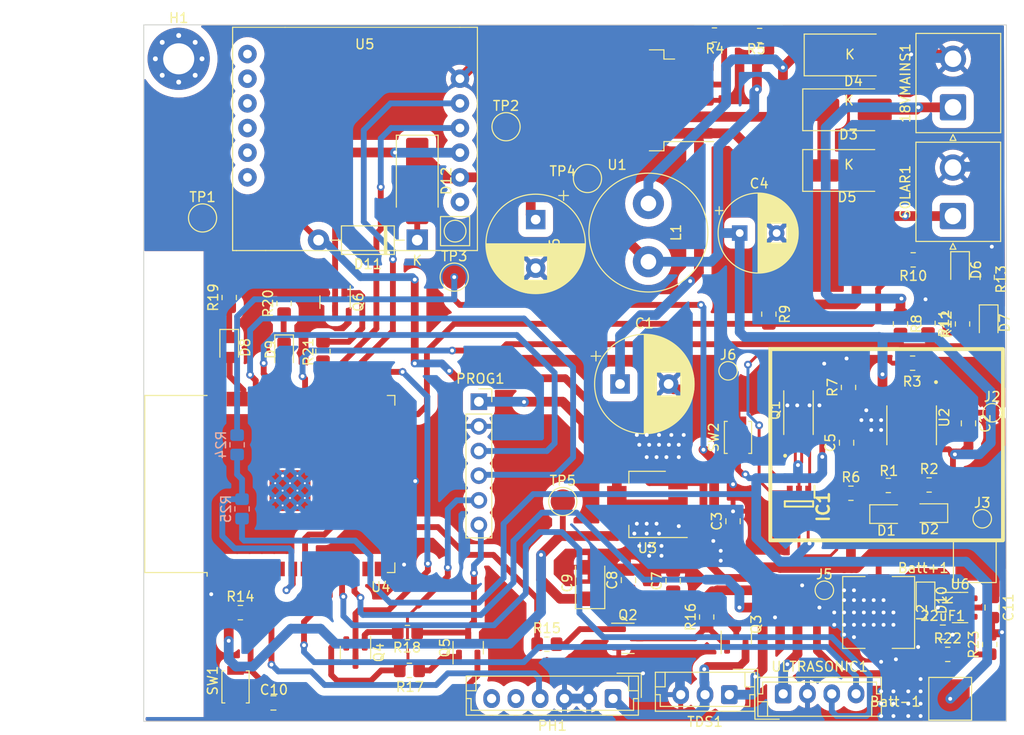
<source format=kicad_pcb>
(kicad_pcb (version 20221018) (generator pcbnew)
  (layers (0 "F.Cu" signal) (31 "B.Cu" signal) (34 "B.Paste" user) (35 "F.Paste" user) (36 "B.SilkS" user "B.Silkscreen") (37 "F.SilkS" user "F.Silkscreen") (38 "B.Mask" user) (39 "F.Mask" user) (44 "Edge.Cuts" user))
  (net 0 "")
  (net 1 "+ 18 V")
  (net 2 "GND")
  (net 3 "4.2")
  (net 4 "Net-(IC1-VDD)")
  (net 5 "5V")
  (net 6 "+3.3V")
  (net 7 "RESET")
  (net 8 "Net-(D1-K)")
  (net 9 "Net-(D2-K)")
  (net 10 "DC_Mains")
  (net 11 "Net-(D4-K)")
  (net 12 "DC_Solar")
  (net 13 "Net-(D6-K)")
  (net 14 "Solar_Voltage")
  (net 15 "Net-(D7-K)")
  (net 16 "Mains_Available")
  (net 17 "Net-(D8-K)")
  (net 18 "GREEN_LED")
  (net 19 "Net-(D9-K)")
  (net 20 "RED_LED")
  (net 21 "pwr")
  (net 22 "PH_Analog")
  (net 23 "Temp_Analog")
  (net 24 "Net-(IC1-OD)")
  (net 25 "Net-(IC1-CSI)")
  (net 26 "Net-(IC1-OC)")
  (net 28 "MCU_TX")
  (net 29 "MCU_RX")
  (net 30 "DTR")
  (net 31 "RTS")
  (net 32 "TurbidityAnalog")
  (net 33 "US_TX")
  (net 34 "US_RX")
  (net 37 "Net-(Q2-B)")
  (net 38 "Net-(Q2-C)")
  (net 39 "Net-(Q4-B)")
  (net 40 "GPIO0")
  (net 41 "Net-(Q5-B)")
  (net 42 "Net-(Q6-B)")
  (net 43 "SIM_RST")
  (net 44 "STDBY")
  (net 45 "CHRG")
  (net 46 "Net-(U2-PROG)")
  (net 47 "Net-(U1-FB)")
  (net 48 "Sen_pwr")
  (net 49 "SIM_RST_PIN")
  (net 52 "BT -VE")
  (net 64 "SIM_TX")
  (net 65 "SIM_RX")
  (net 76 "6V")
  (net 78 "Net-(D11-K)")
  (net 79 "4.0V")
  (net 80 "Net-(U6-FB)")
  (net 81 "BATERY VOLTAGE")
  (net 84 "Net-(D10-K)")
  (footprint "Package_TO_SOT_SMD:SOT-23" (layer "F.Cu") (at 94.4 119.9625 90)
    (fp_text reference "Q5")
    (fp_text value "BC817")
  )
  (footprint "Package_TO_SOT_SMD:SOT-23-6" (layer "F.Cu") (at 145.034 115.824)
    (fp_text reference "U6")
    (fp_text value "MT3608")
  )
  (footprint "Capacitor_THT:CP_Radial_D10.0mm_P5.00mm" (layer "F.Cu") (at 110.032323 92.8)
    (fp_text reference "C1")
    (fp_text value "470uF")
  )
  (footprint "Connector_PinSocket_2.54mm:PinSocket_1x06_P2.54mm_Vertical" (layer "F.Cu") (at 95.5 94.62)
    (fp_text reference "PROG1")
    (fp_text value "Conn_01x06_Socket")
  )
  (footprint "Resistor_SMD:R_0805_2012Metric_Pad1.20x1.40mm_HandSolder" (layer "F.Cu") (at 88.35 122.3)
    (fp_text reference "R17")
    (fp_text value "10K")
  )
  (footprint "TestPoint:TestPoint_Pad_D1.5mm" (layer "F.Cu") (at 147.32 106.68)
    (fp_text reference "J3")
    (fp_text value "IN+")
  )
  (footprint "Package_TO_SOT_SMD:SOT-23" (layer "F.Cu") (at 82.8 120.4625 -90)
    (fp_text reference "Q4")
    (fp_text value "BC817")
  )
  (footprint "Package_TO_SOT_SMD:SOT-23" (layer "F.Cu") (at 122 118.9 90)
    (fp_text reference "Q3")
    (fp_text value "IRLML5203")
  )
  (footprint "Inductor_THT:L_Radial_D12.0mm_P6.00mm_Murata_1900R" (layer "F.Cu") (at 112.95 74.2 -90)
    (fp_text reference "L1")
    (fp_text value "33uH")
  )
  (footprint "LED_SMD:LED_0805_2012Metric_Pad1.15x1.40mm_HandSolder" (layer "F.Cu") (at 137.6 106.2)
    (fp_text reference "D1")
    (fp_text value "GREEN_LED")
  )
  (footprint "Capacitor_THT:CP_Radial_D8.0mm_P3.80mm" (layer "F.Cu") (at 122.35 77.25)
    (fp_text reference "C4")
    (fp_text value "220uF")
  )
  (footprint "Capacitor_Tantalum_SMD:CP_EIA-3528-15_AVX-H_Pad1.50x2.35mm_HandSolder" (layer "F.Cu") (at 106.95 113.3 90)
    (fp_text reference "C9")
    (fp_text value "220uF")
  )
  (footprint "Diode_SMD:D_SMB_Handsoldering" (layer "F.Cu") (at 89.154 71.882 -90)
    (fp_text reference "D12")
    (fp_text value "1N5820")
  )
  (footprint "TestPoint:TestPoint_Pad_D2.5mm" (layer "F.Cu") (at 98.298 66.294)
    (fp_text reference "TP2")
    (fp_text value "TestPoint")
  )
  (footprint "MountingHole:MountingHole_3.2mm_M3_Pad_Via" (layer "F.Cu") (at 64.6 59.3)
    (fp_text reference "H1")
    (fp_text value "MountingHole_Pad")
  )
  (footprint "TP4056:SOP127P600X175-9N" (layer "F.Cu") (at 140.05 97.05 -90)
    (fp_text reference "U2")
    (fp_text value "TP4056")
  )
  (footprint "Capacitor_THT:CP_Radial_D10.0mm_P5.00mm" (layer "F.Cu") (at 101.346 75.864323 -90)
    (fp_text reference "C6")
    (fp_text value "470uF")
  )
  (footprint "Resistor_SMD:R_0805_2012Metric_Pad1.20x1.40mm_HandSolder" (layer "F.Cu") (at 141.85 103.2)
    (fp_text reference "R2")
    (fp_text value "1K")
  )
  (footprint "Button_Switch_SMD:SW_SPST_B3U-1000P" (layer "F.Cu") (at 70.45 124 -90)
    (fp_text reference "SW1")
    (fp_text value "SW_MEC_5G")
  )
  (footprint "Resistor_SMD:R_0805_2012Metric_Pad1.20x1.40mm_HandSolder" (layer "F.Cu") (at 133.55 93.15 90)
    (fp_text reference "R7")
    (fp_text value "1K")
  )
  (footprint "KiCad:SOT95P280X135-6N" (layer "F.Cu") (at 128.45 105.15 -90)
    (fp_text reference "IC1")
    (fp_text value "DW01" hide)
  )
  (footprint "Capacitor_SMD:C_0805_2012Metric_Pad1.18x1.45mm_HandSolder" (layer "F.Cu") (at 74.35 125.65 180)
    (fp_text reference "C10")
    (fp_text value "0.1uF")
  )
  (footprint "Inductor_SMD:L_7.3x7.3_H3.5" (layer "F.Cu") (at 136.652 116.332 -90)
    (fp_text reference "L2")
    (fp_text value "220uH")
  )
  (footprint "Package_TO_SOT_SMD:TO-263-5_TabPin3" (layer "F.Cu") (at 109.725 63.575 180)
    (fp_text reference "U1")
    (fp_text value "LM2596S-ADJ")
  )
  (footprint "Resistor_SMD:R_0805_2012Metric_Pad1.20x1.40mm_HandSolder" (layer "F.Cu") (at 124.4 56.9)
    (fp_text reference "R5")
    (fp_text value "3.9k")
  )
  (footprint "Resistor_SMD:R_0805_2012Metric_Pad1.20x1.40mm_HandSolder" (layer "F.Cu") (at 141.732 86.55 -90)
    (fp_text reference "R11")
    (fp_text value "2.2 K")
  )
  (footprint "Connector_JST:JST_EH_B3B-EH-A_1x03_P2.50mm_Vertical" (layer "F.Cu") (at 121.28 124.8 180)
    (fp_text reference "TDS1")
    (fp_text value "Conn_01x03_Socket")
  )
  (footprint "Capacitor_SMD:C_0805_2012Metric_Pad1.18x1.45mm_HandSolder" (layer "F.Cu") (at 110.9 113 90)
    (fp_text reference "C8")
    (fp_text value "0.1uF")
  )
  (footprint "Connector_JST:JST_NV_B02P-NV_1x02_P5.00mm_Vertical" (layer "F.Cu") (at 144.3 75.5 90)
    (fp_text reference "S0LAR1")
    (fp_text value "Screw_Terminal_01x02")
  )
  (footprint "Resistor_SMD:R_0805_2012Metric_Pad1.20x1.40mm_HandSolder" (layer "F.Cu") (at 79.45 89.45 90)
    (fp_text reference "R21")
    (fp_text value "10K")
  )
  (footprint "LED_SMD:LED_0805_2012Metric_Pad1.15x1.40mm_HandSolder" (layer "F.Cu") (at 141.9 106.1 180)
    (fp_text reference "D2")
    (fp_text value "RED_LED")
  )
  (footprint "Resistor_SMD:R_0805_2012Metric_Pad1.20x1.40mm_HandSolder" (layer "F.Cu") (at 143.764 120.65)
    (fp_text reference "R22")
    (fp_text value "2.2k")
  )
  (footprint "Capacitor_SMD:C_0805_2012Metric_Pad1.18x1.45mm_HandSolder" (layer "F.Cu") (at 133.35 98.85 90)
    (fp_text reference "C5")
    (fp_text value "0.1uF")
  )
  (footprint "TestPoint:TestPoint_Pad_D1.5mm" (layer "F.Cu") (at 148.336 95.758)
    (fp_text reference "J2")
    (fp_text value "IN-")
  )
  (footprint "Resistor_SMD:R_0805_2012Metric_Pad1.20x1.40mm_HandSolder" (layer "F.Cu") (at 133.8 104.05)
    (fp_text reference "R6")
    (fp_text value "100")
  )
  (footprint "Diode_SMD:D_SMB_Handsoldering" (layer "F.Cu") (at 133.55 64.55)
    (fp_text reference "D3")
    (fp_text value "1N5820")
  )
  (footprint "Capacitor_SMD:C_0805_2012Metric_Pad1.18x1.45mm_HandSolder" (layer "F.Cu") (at 145.9 96.85 90)
    (fp_text reference "C2")
    (fp_text value "0.1uF")
  )
  (footprint "Capacitor_SMD:C_0805_2012Metric_Pad1.18x1.45mm_HandSolder" (layer "F.Cu") (at 121.666 106.934 90)
    (fp_text reference "C3")
    (fp_text value "0.1uF")
  )
  (footprint "Resistor_SMD:R_0805_2012Metric_Pad1.20x1.40mm_HandSolder" (layer "F.Cu") (at 118.95 116.8 90)
    (fp_text reference "R16")
    (fp_text value "100k")
  )
  (footprint "Connector_JST:JST_EH_B4B-EH-A_1x04_P2.50mm_Vertical" (layer "F.Cu") (at 126.826 124.714)
    (fp_text reference "ULTRASONIC1")
    (fp_text value "Conn_01x04_Pin")
  )
  (footprint "TestPoint:TestPoint_Pad_D2.5mm" (layer "F.Cu") (at 104.14 104.902)
    (fp_text reference "TP5")
    (fp_text value "TestPoint")
  )
  (footprint "Resistor_SMD:R_0805_2012Metric_Pad1.20x1.40mm_HandSolder" (layer "F.Cu") (at 137.65 103.25 180)
    (fp_text reference "R1")
    (fp_text value "1K")
  )
  (footprint "TestPoint:TestPoint_Pad_4.0x4.0mm" (layer "F.Cu") (at 146.55 111.05)
    (fp_text reference "Batt+1")
    (fp_text value "BatteryPositive")
  )
  (footprint "Diode_THT:D_DO-41_SOD81_P10.16mm_Horizontal" (layer "F.Cu") (at 89.154 77.978 180)
    (fp_text reference "D11")
    (fp_text value "1N4007")
  )
  (footprint "Capacitor_SMD:C_0805_2012Metric_Pad1.18x1.45mm_HandSolder" (layer "F.Cu") (at 143.256 118.364)
    (fp_text reference "22uF1")
    (fp_text value "C")
  )
  (footprint "Diode_SMD:D_SMB_Handsoldering" (layer "F.Cu") (at 133.55 70.8)
    (fp_text reference "D5")
    (fp_text value "1N5820")
  )
  (footprint "Resistor_SMD:R_0805_2012Metric_Pad1.20x1.40mm_HandSolder" (layer "F.Cu") (at 125.35 85.6 -90)
    (fp_text reference "R9")
    (fp_text value "10 K")
  )
  (footprint "Package_TO_SOT_SMD:SOT-23" (layer "F.Cu") (at 80.7 84.3625 -90)
    (fp_text reference "Q6")
    (fp_text value "BC817")
  )
  (footprint "Package_TO_SOT_SMD:SOT-223-3_TabPin2" (layer "F.Cu") (at 112.85 105.2 180)
    (fp_text reference "U3")
    (fp_text value "LM1117MP-3.3")
  )
  (footprint "Resistor_SMD:R_0805_2012Metric_Pad1.20x1.40mm_HandSolder" (layer "F.Cu") (at 145.288 86.614 90)
    (fp_text reference "R12")
    (fp_text value "2.2 K")
  )
  (footprint "Resistor_SMD:R_0805_2012Metric_Pad1.20x1.40mm_HandSolder" (layer "F.Cu") (at 102.5 119.6)
    (fp_text reference "R15")
    (fp_text value "10k")
  )
  (footprint "RF_Module:ESP32-WROOM-32" (layer "F.Cu") (at 76.97 103.1 90)
    (fp_text reference "U4")
    (fp_text value "ESP32-WROOM-32")
  )
  (footprint "TestPoint:TestPoint_Pad_D2.5mm" (layer "F.Cu") (at 106.68 71.628)
    (fp_text reference "TP4")
    (fp_text value "TestPoint")
  )
  (footprint "SIM800L-Core-Module-KiCad-Footprint-main:SIM800L-CORE" (layer "F.Cu") (at 93.55 74.05 180)
    (fp_text reference "U5")
    (fp_text value "SIM800L-CORE")
  )
  (footprint "Resistor_SMD:R_0805_2012Metric_Pad1.20x1.40mm_HandSolder" (layer "F.Cu") (at 148.082 119.634 90)
    (fp_text reference "R23")
    (fp_text value "300")
  )
  (footprint "LED_SMD:LED_0805_2012Metric_Pad1.15x1.40mm_HandSolder" (layer "F.Cu") (at 75.45 89.6 -90)
    (fp_text reference "D9")
    (fp_text value "RED_LED")
  )
  (footprint "Diode_SMD:D_0805_2012Metric_Pad1.15x1.40mm_HandSolder" (layer "F.Cu") (at 141.478 115.062 -90)
    (fp_text reference "D10")
    (fp_text value "1N5820")
  )
  (footprint "LED_SMD:LED_0805_2012Metric_Pad1.15x1.40mm_HandSolder" (layer "F.Cu") (at 69.8 89.0375 -90)
    (fp_text reference "D8")
    (fp_text value "GREEN_LED")
  )
  (footprint "Package_TO_SOT_SMD:SOT-23" (layer "F.Cu") (at 110.8375 119)
    (fp_text reference "Q2")
    (fp_text value "BC817")
  )
  (footprint "Resistor_SMD:R_0805_2012Metric_Pad1.20x1.40mm_HandSolder" (layer "F.Cu") (at 119.75 56.85)
    (fp_text reference "R4")
    (fp_text value "1K")
  )
  (footprint "Capacitor_SMD:C_0805_2012Metric_Pad1.18x1.45mm_HandSolder" (layer "F.Cu") (at 148.336 115.824 -90)
    (fp_text reference "C11")
    (fp_text value "22UF")
  )
  (footprint "Resistor_SMD:R_0805_2012Metric_Pad1.20x1.40mm_HandSolder" (layer "F.Cu") (at 88.15 118.4 180)
    (fp_text reference "R18")
    (fp_text value "10K")
  )
  (footprint "TestPoint:TestPoint_Pad_4.0x4.0mm" (layer "F.Cu") (at 144.018 125.222)
    (fp_text reference "Batt-1")
    (fp_text value "BatteryNegative")
  )
  (footprint "Diode_SMD:D_SMB_Handsoldering" (layer "F.Cu") (at 133.7 58.9)
    (fp_text reference "D4")
    (fp_text value "1N5819")
  )
  (footprint "Resistor_SMD:R_0805_2012Metric_Pad1.20x1.40mm_HandSolder" (layer "F.Cu") (at 138.9 86.6 -90)
    (fp_text reference "R8")
    (fp_text value "10 K")
  )
  (footprint "Resistor_SMD:R_0805_2012Metric_Pad1.20x1.40mm_HandSolder" (layer "F.Cu") (at 75.45 84.5 90)
    (fp_text reference "R20")
    (fp_text value "1k")
  )
  (footprint "Capacitor_SMD:C_0805_2012Metric_Pad1.18x1.45mm_HandSolder" (layer "F.Cu") (at 115.5 113.1 90)
    (fp_text reference "C7")
    (fp_text value "0.1uF")
  )
  (footprint "TestPoint:TestPoint_Pad_D2.5mm" (layer "F.Cu") (at 92.964 81.788)
    (fp_text reference "TP3")
    (fp_text value "TestPoint")
  )
  (footprint "TestPoint:TestPoint_Pad_D1.5mm" (layer "F.Cu") (at 131.064 114.046)
    (fp_text reference "J5")
    (fp_text value "OUT +")
  )
  (footprint "TestPoint:TestPoint_Pad_D2.5mm" (layer "F.Cu") (at 67.056 75.692)
    (fp_text reference "TP1")
    (fp_text value "TestPoint")
  )
  (footprint "Resistor_SMD:R_0805_2012Metric_Pad1.20x1.40mm_HandSolder" (layer "F.Cu") (at 69.8 83.8875 90)
    (fp_text reference "R19")
    (fp_text value "1k")
  )
  (footprint "Resistor_SMD:R_0805_2012Metric_Pad1.20x1.40mm_HandSolder" (layer "F.Cu") (at 70.95 116.35)
    (fp_text reference "R14")
    (fp_text value "100K")
  )
  (footprint "Connector_JST:JST_EH_B6B-EH-A_1x06_P2.50mm_Vertical" (layer "F.Cu") (at 109.31 125.2 180)
    (fp_text reference "PH1")
    (fp_text value "Conn_01x06_Socket")
  )
  (footprint "Button_Switch_SMD:SW_SPST_B3U-1000P" (layer "F.Cu") (at 122.174 98.298 90)
    (fp_text reference "SW2")
    (fp_text value "SW_MEC_5G")
  )
  (footprint "Resistor_SMD:R_0805_2012Metric_Pad1.20x1.40mm_HandSolder" (layer "F.Cu") (at 140.208 80.01 180)
    (fp_text reference "R10")
    (fp_text value "1k")
  )
  (footprint "Resistor_SMD:R_0805_2012Metric_Pad1.20x1.40mm_HandSolder" (layer "F.Cu") (at 140.15 90.65)
    (fp_text reference "R3")
    (fp_text value "1.2K")
  )
  (footprint "Resistor_SMD:R_0805_2012Metric_Pad1.20x1.40mm_HandSolder" (layer "F.Cu") (at 147.828 81.8115 90)
    (fp_text reference "R13")
    (fp_text value "1k")
  )
  (footprint "LED_SMD:LED_0805_2012Metric_Pad1.15x1.40mm_HandSolder" (layer "F.Cu") (at 147.978 86.5115 -90)
    (fp_text reference "D7")
    (fp_text value "RED_LED")
  )
  (footprint "TestPoint:TestPoint_Pad_D1.5mm" (layer "F.Cu") (at 121.158 91.44)
    (fp_text reference "J6")
    (fp_text value "OUT -")
  )
  (footprint "Connector_JST:JST_NV_B02P-NV_1x02_P5.00mm_Vertical" (layer "F.Cu") (at 144.305 64.295 90)
    (fp_text reference "18VMAINS1")
    (fp_text value "Screw_Terminal_01x02")
  )
  (footprint "LED_SMD:LED_0805_2012Metric_Pad1.15x1.40mm_HandSolder" (layer "F.Cu") (at 145.034 81.026 -90)
    (fp_text reference "D6")
    (fp_text value "GREEN_LED")
  )
  (footprint "FS8205A:SOP65P640X120-8N" (layer "F.Cu") (at 128.4 95.7475 90)
    (fp_text reference "Q1")
    (fp_text value "FS8205A")
  )
  (footprint "Resistor_SMD:R_0805_2012Metric_Pad1.20x1.40mm_HandSolder" (layer "B.Cu") (at 70.612 99.06 -90)
    (fp_text reference "R24")
    (fp_text value "120k")
  )
  (footprint "Resistor_SMD:R_0805_2012Metric_Pad1.20x1.40mm_HandSolder" (layer "B.Cu") (at 71.12 105.664 -90)
    (fp_text reference "R25")
    (fp_text value "440k")
  )
  (gr_rect (start 125.5 89.2) (end 149.45 108.9) (stroke (width 0.4)) (fill none) (layer "F.SilkS"))
  (gr_rect (start 61 55.8) (end 149.8 127.55) (stroke (width 0.1)) (fill none) (layer "Edge.Cuts"))
  (segment (start 130.85 64.55) (end 130.85 70.8) (width 1) (layer "F.Cu") (net 1))
  (segment (start 125.65 70.8) (end 121.825 66.975) (width 1) (layer "F.Cu") (net 1))
  (segment (start 117.251 82.199) (end 118.15 81.3) (width 1) (layer "F.Cu") (net 1))
  (segment (start 118.15 67.75) (end 117.375 66.975) (width 1) (layer "F.Cu") (net 1))
  (segment (start 118.15 81.3) (end 118.15 67.75) (width 1) (layer "F.Cu") (net 1))
  (segment (start 121.825 66.975) (end 117.375 66.975) (width 1) (layer "F.Cu") (net 1))
  (segment (start 130.85 70.8) (end 125.65 70.8) (width 1) (layer "F.Cu") (net 1))
  (via (at 117.251 82.199) (size 0.8) (drill 0.4) (layers "F.Cu" "B.Cu") (net 1))
  (segment (start 110.032323 87.817677) (end 110.032323 92.8) (width 1) (layer "B.Cu") (net 1))
  (segment (start 113.75 85.7) (end 112.15 85.7) (width 1) (layer "B.Cu") (net 1))
  (segment (start 117.251 82.199) (end 113.75 85.7) (width 1) (layer "B.Cu") (net 1))
  (segment (start 112.15 85.7) (end 110.032323 87.817677) (width 1) (layer "B.Cu") (net 1))
  (segment (start 128.05 90.95) (end 128.125 90.875) (width 0.3) (layer "F.Cu") (net 2))
  (segment (start 111.275 60.175) (end 110.65 60.8) (width 1) (layer "F.Cu") (net 2))
  (segment (start 124.9 90.95) (end 128.05 90.95) (width 1) (layer "F.Cu") (net 2))
  (segment (start 128.075 92.8675) (end 128.075 91.275) (width 0.3) (layer "F.Cu") (net 2))
  (segment (start 115.582323 93.35) (end 115.032323 92.8) (width 1) (layer "F.Cu") (net 2))
  (segment (start 148.336 95.758) (end 145.9545 95.758) (width 0.6) (layer "F.Cu") (net 2))
  (segment (start 117.75 56.85) (end 117.375 57.225) (width 1) (layer "F.Cu") (net 2))
  (segment (start 128.075 91.275) (end 128.1 91.25) (width 0.3) (layer "F.Cu") (net 2))
  (segment (start 148.082 118.634) (end 148.352 118.364) (width 0.6) (layer "F.Cu") (net 2))
  (segment (start 142.748 115.824) (end 143.8965 115.824) (width 0.6) (layer "F.Cu") (net 2))
  (segment (start 75.525 83.425) (end 79.7 83.425) (width 1) (layer "F.Cu") (net 2))
  (segment (start 128.125 90.875) (end 128.725 90.875) (width 0.3) (layer "F.Cu") (net 2))
  (segment (start 128.725 90.875) (end 128.725 92.8675) (width 0.3) (layer "F.Cu") (net 2))
  (segment (start 121.158 93.35) (end 115.582323 93.35) (width 1) (layer "F.Cu") (net 2))
  (segment (start 136.715 59.215) (end 136.4 58.9) (width 1) (layer "F.Cu") (net 2))
  (segment (start 136.45 58.85) (end 136.4 58.9) (width 1) (layer "F.Cu") (net 2))
  (segment (start 139.415 94.575) (end 139.415 96.415) (width 0.6) (layer "F.Cu") (net 2))
  (segment (start 148.3 80.3395) (end 147.828 80.8115) (width 1) (layer "F.Cu") (net 2))
  (segment (start 117.375 63.575) (end 113.425 63.575) (width 1) (layer "F.Cu") (net 2))
  (segment (start 139.415 90.915) (end 139.15 90.65) (width 0.6) (layer "F.Cu") (net 2))
  (segment (start 140 58.85) (end 143.86 58.85) (width 1) (layer "F.Cu") (net 2))
  (segment (start 106.95 111.675) (end 107.075 111.8) (width 1) (layer "F.Cu") (net 2))
  (segment (start 95.3 59.6) (end 104.6 59.6) (width 1) (layer "F.Cu") (net 2))
  (segment (start 93.55 61.35) (end 95.3 59.6) (width 1) (layer "F.Cu") (net 2))
  (segment (start 139.415 94.575) (end 139.415 90.915) (width 0.6) (layer "F.Cu") (net 2))
  (segment (start 148.3 78.65) (end 148.3 80.3395) (width 1) (layer "F.Cu") (net 2))
  (segment (start 106 66.55) (end 105.8 66.35) (width 1) (layer "F.Cu") (net 2))
  (segment (start 113.425 63.575) (end 110.65 60.8) (width 1) (layer "F.Cu") (net 2))
  (segment (start 139.415 96.415) (end 140.05 97.05) (width 0.6) (layer "F.Cu") (net 2))
  (segment (start 118.75 56.85) (end 117.75 56.85) (width 1) (layer "F.Cu") (net 2))
  (segment (start 145.9545 95.758) (end 145.9 95.8125) (width 0.6) (layer "F.Cu") (net 2))
  (segment (start 117.375 57.225) (end 117.375 60.175) (width 1) (layer "F.Cu") (net 2))
  (segment (start 116 111.0375) (end 115.2375 111.8) (width 1) (layer "F.Cu") (net 2))
  (segment (start 74.8375 82.8875) (end 75.45 83.5) (width 1) (layer "F.Cu") (net 2))
  (segment (start 140 58.85) (end 136.45 58.85) (width 1) (layer "F.Cu") (net 2))
  (segment (start 117.375 60.175) (end 111.275 60.175) (width 1) (layer "F.Cu") (net 2))
  (segment (start 148.336 118.38) (end 148.082 118.634) (width 0.6) (layer "F.Cu") (net 2))
  (segment (start 111.5 111.8) (end 115.2375 111.8) (width 1) (layer "F.Cu") (net 2))
  (segment (start 75.45 83.5) (end 75.525 83.425) (width 1) (layer "F.Cu") (net 2))
  (segment (start 116.078 107.442) (end 116 111.0375) (width 1) (layer "F.Cu") (net 2))
  (segment (start 104.6 59.6) (end 105.8 60.8) (width 1) (layer "F.Cu") (net 2))
  (segment (start 116 107.5) (end 116.078 107.442) (width 1) (layer "F.Cu") (net 2))
  (segment (start 86.48 110.08) (end 87.8 111.4) (width 1) (layer "F.Cu") (net 2))
  (segment (start 122.5 93.35) (end 121.158 93.35) (width 1) (layer "F.Cu") (net 2))
  (segment (start 69.8 82.8875) (end 74.8375 82.8875) (width 1) (layer "F.Cu") (net 2))
  (segment (start 115.2375 111.8) (end 115.5 112.0625) (width 1) (layer "F.Cu") (net 2))
  (segment (start 148.336 116.8615) (end 148.336 118.38) (width 0.6) (layer "F.Cu") (net 2))
  (segment (start 121.158 91.44) (end 121.158 93.35) (width 0.6) (layer "F.Cu") (net 2))
  (segment (start 143.86 58.85) (end 144.305 59.295) (width 1) (layer "F.Cu") (net 2))
  (segment (start 86.48 108.81) (end 86.48 110.08) (width 1) (layer "F.Cu") (net 2))
  (segment (start 128.05 91.2) (end 128.05 90.95) (width 0.3) (layer "F.Cu") (net 2))
  (segment (start 107.075 111.8) (end 111.5 111.8) (width 1) (layer "F.Cu") (net 2))
  (segment (start 122.5 93.35) (end 124.9 90.95) (width 1) (layer "F.Cu") (net 2))
  (segment (start 148.352 118.364) (end 149.352 118.364) (width 0.6) (layer "F.Cu") (net 2))
  (via (at 136.906 97.536) (size 0.8) (drill 0.4) (layers "F.Cu" "B.Cu") (net 2))
  (via (at 136.906 125.73) (size 0.8) (drill 0.4) (layers "F.Cu" "B.Cu") (net 2))
  (via (at 115.062 99.06) (size 0.8) (drill 0.4) (layers "F.Cu" "B.Cu") (net 2))
  (via (at 111.506 108.204) (size 0.8) (drill 0.4) (layers "F.Cu" "B.Cu") (net 2))
  (via (at 136.906 121.412) (size 0.8) (drill 0.4) (layers "F.Cu" "B.Cu") (net 2))
  (via (at 114.046 108.204) (size 0.8) (drill 0.4) (layers "F.Cu" "B.Cu") (net 2))
  (via (at 67.95 114.45) (size 0.8) (drill 0.4) (layers "F.Cu" "B.Cu") (net 2))
  (via (at 112.776 98.044) (size 0.8) (drill 0.4) (layers "F.Cu" "B.Cu") (net 2))
  (via (at 135.128 115.062) (size 0.8) (drill 0.4) (layers "F.Cu" "B.Cu") (net 2))
  (via (at 133.35 90.17) (size 0.8) (drill 0.4) (layers "F.Cu" "B.Cu") (net 2))
  (via (at 136.144 117.602) (size 0.8) (drill 0.4) (layers "F.Cu" "B.Cu") (net 2))
  (via (at 139.7 124.46) (size 0.8) (drill 0.4) (layers "F.Cu" "B.Cu") (net 2))
  (via (at 120.396 110.998) (size 0.8) (drill 0.4) (layers "F.Cu" "B.Cu") (net 2))
  (via (at 113.03 110.49) (size 0.8) (drill 0.4) (layers "F.Cu" "B.Cu") (net 2))
  (via (at 133.096 117.602) (size 0.8) (drill 0.4) (layers "F.Cu" "B.Cu") (net 2))
  (via (at 116.078 107.442) (size 0.8) (drill 0.4) (layers "F.Cu" "B.Cu") (net 2))
  (via (at 133.096 114.046) (size 0.8) (drill 0.4) (layers "F.Cu" "B.Cu") (net 2))
  (via (at 87.8 111.4) (size 0.8) (drill 0.4) (layers "F.Cu" "B.Cu") (net 2))
  (via (at 114.3 109.474) (size 0.8) (drill 0.4) (layers "F.Cu" "B.Cu") (net 2))
  (via (at 140.97 123.19) (size 0.8) (drill 0.4) (layers "F.Cu" "B.Cu") (net 2))
  (via (at 134.874 96.52) (size 0.8) (drill 0.4) (layers "F.Cu" "B.Cu") (net 2))
  (via (at 130.556 115.824) (size 0.8) (drill 0.4) (layers "F.Cu" "B.Cu") (net 2))
  (via (at 140.97 124.46) (size 0.8) (drill 0.4) (layers "F.Cu" "B.Cu") (net 2))
  (via (at 116.078 99.06) (size 0.8) (drill 0.4) (layers "F.Cu" "B.Cu") (net 2))
  (via (at 137.16 116.332) (size 0.8) (drill 0.4) (layers "F.Cu" "B.Cu") (net 2))
  (via (at 141.478 84.074) (size 0.8) (drill 0.4) (layers "F.Cu" "B.Cu") (net 2))
  (via (at 88.95 102.8) (size 0.8) (drill 0.4) (layers "F.Cu" "B.Cu") (net 2))
  (via (at 121.666 103.124) (size 0.8) (drill 0.4) (layers "F.Cu" "B.Cu") (net 2))
  (via (at 136.906 96.52) (size 0.8) (drill 0.4) (layers "F.Cu" "B.Cu") (net 2))
  (via (at 116.078 100.33) (size 0.8) (drill 0.4) (layers "F.Cu" "B.Cu") (net 2))
  (via (at 136.906 127) (size 0.8) (drill 0.4) (layers "F.Cu" "B.Cu") (net 2))
  (via (at 128.778 113.538) (size 0.8) (drill 0.4) (layers "F.Cu" "B.Cu") (net 2))
  (via (at 133.096 115.062) (size 0.8) (drill 0.4) (layers "F.Cu" "B.Cu") (net 2))
  (via (at 138.176 116.332) (size 0.8) (drill 0.4) (layers "F.Cu" "B.Cu") (net 2))
  (via (at 128.27 94.996) (size 0.8) (drill 0.4) (layers "F.Cu" "B.Cu") (net 2))
  (via (at 121.666 105.918) (size 0.8) (drill 0.4) (layers "F.Cu" "B.Cu") (net 2))
  (via (at 134.112 117.602) (size 0.8) (drill 0.4) (layers "F.Cu" "B.Cu") (net 2))
  (via (at 131.05 90.7) (size 0.8) (drill 0.4) (layers "F.Cu" "B.Cu") (net 2))
  (via (at 134.112 116.332) (size 0.8) (drill 0.4) (layers "F.Cu" "B.Cu") (net 2))
  (via (at 112.776 108.204) (size 0.8) (drill 0.4) (layers "F.Cu" "B.Cu") (net 2))
  (via (at 129.54 94.996) (size 0.8) (drill 0.4) (layers "F.Cu" "B.Cu") (net 2))
  (via (at 113.792 107.188) (size 0.8) (drill 0.4) (layers "F.Cu" "B.Cu") (net 2))
  (via (at 116.586 98.044) (size 0.8) (drill 0.4) (layers "F.Cu" "B.Cu") (net 2))
  (via (at 140.97 127) (size 0.8) (drill 0.4) (layers "F.Cu" "B.Cu") (net 2))
  (via (at 137.16 115.062) (size 0.8) (drill 0.4) (layers "F.Cu" "B.Cu") (net 2))
  (via (at 112.776 107.188) (size 0.8) (drill 0.4) (layers "F.Cu" "B.Cu") (net 2))
  (via (at 149.352 118.364) (size 0.8) (drill 0.4) (layers "F.Cu" "B.Cu") (net 2))
  (via (at 134.112 118.872) (size 0.8) (drill 0.4) (layers "F.Cu" "B.Cu") (net 2))
  (via (at 111.76 98.044) (size 0.8) (drill 0.4) (layers "F.Cu" "B.Cu") (net 2))
  (via (at 111.76 107.188) (size 0.8) (drill 0.4) (layers "F.Cu" "B.Cu") (net 2))
  (via (at 132.08 117.602) (size 0.8) (drill 0.4) (layers "F.Cu" "B.Cu") (net 2))
  (via (at 119.634 108.966) (size 0.8) (drill 0.4) (layers "F.Cu" "B.Cu") (net 2))
  (via (at 133.096 116.332) (size 0.8) (drill 0.4) (layers "F.Cu" "B.Cu") (net 2))
  (via (at 112.014 99.06) (size 0.8) (drill 0.4) (layers "F.Cu" "B.Cu") (net 2))
  (via (at 135.128 116.332) (size 0.8) (drill 0.4) (layers "F.Cu" "B.Cu") (net 2))
  (via (at 135.89 97.536) (size 0.8) (drill 0.4) (layers "F.Cu" "B.Cu") (net 2))
  (via (at 114.046 99.06) (size 0.8) (drill 0.4) (layers "F.Cu" "B.Cu") (net 2))
  (via (at 134.112 115.062) (size 0.8) (drill 0.4) (layers "F.Cu" "B.Cu") (net 2))
  (via (at 114.046 98.044) (size 0.8) (drill 0.4) (layers "F.Cu" "B.Cu") (net 2))
  (via (at 135.128 117.602) (size 0.8) (drill 0.4) (layers "F.Cu" "B.Cu") (net 2))
  (via (at 112.776 100.33) (size 0.8) (drill 0.4) (layers "F.Cu" "B.Cu") (net 2))
  (via (at 114.3 110.49) (size 0.8) (drill 0.4) (layers "F.Cu" "B.Cu") (net 2))
  (via (at 148.3 78.65) (size 0.8) (drill 0.4) (layers "F.Cu" "B.Cu") (net 2))
  (via (at 136.144 115.062) (size 0.8) (drill 0.4) (layers "F.Cu" "B.Cu") (net 2))
  (via (at 112.4 122.6) (size 0.8) (drill 0.4) (layers "F.Cu" "B.Cu") (net 2))
  (via (at 136.144 116.332) (size 0.8) (drill 0.4) (layers "F.Cu" "B.Cu") (net 2))
  (via (at 130.556 94.996) (size 0.8) (drill 0.4) (layers "F.Cu" "B.Cu") (net 2))
  (via (at 112.014 109.474) (size 0.8) (drill 0.4) (layers "F.Cu" "B.Cu") (net 2))
  (via (at 139.7 127) (size 0.8) (drill 0.4) (layers "F.Cu" "B.Cu") (net 2))
  (via (at 113.03 99.06) (size 0.8) (drill 0.4) (layers "F.Cu" "B.Cu") (net 2))
  (via (at 140.97 125.73) (size 0.8) (drill 0.4) (layers "F.Cu" "B.Cu") (net 2))
  (via (at 144.272 118.618) (size 0.8) (drill 0.4) (layers "F.Cu" "B.Cu") (net 2))
  (via (at 113.792 100.33) (size 0.8) (drill 0.4) (layers "F.Cu" "B.Cu") (net 2))
  (via (at 140.716 119.888) (size 0.8) (drill 0.4) (layers "F.Cu" "B.Cu") (net 2))
  (via (at 138.176 124.46) (size 0.8) (drill 0.4) (layers "F.Cu" "B.Cu") (net 2))
  (via (at 120.396 109.982) (size 0.8) (drill 0.4) (layers "F.Cu" "B.Cu") (net 2))
  (via (at 136.906 124.46) (size 0.8) (drill 0.4) (layers "F.Cu" "B.Cu") (net 2))
  (via (at 134.112 114.046) (size 0.8) (drill 0.4) (layers "F.Cu" "B.Cu") (net 2))
  (via (at 125.984 116.84) (size 0.8) (drill 0.4) (layers "F.Cu" "B.Cu") (net 2))
  (via (at 135.89 96.52) (size 0.8) (drill 0.4) (layers "F.Cu" "B.Cu") (net 2))
  (via (at 113.03 109.474) (size 0.8) (drill 0.4) (layers "F.Cu" "B.Cu") (net 2))
  (via (at 114.808 100.33) (size 0.8) (drill 0.4) (layers "F.Cu" "B.Cu") (net 2))
  (via (at 127.254 94.996) (size 0.8) (drill 0.4) (layers "F.Cu" "B.Cu") (net 2))
  (via (at 140 58.85) (size 0.8) (drill 0.4) (layers "F.Cu" "B.Cu") (net 2))
  (via (at 142.748 115.824) (size 0.8) (drill 0.4) (layers "F.Cu" "B.Cu") (net 2))
  (via (at 138.176 117.602) (size 0.8) (drill 0.4) (layers "F.Cu" "B.Cu") (net 2))
  (via (at 139.7 125.73) (size 0.8) (drill 0.4) (layers "F.Cu" "B.Cu") (net 2))
  (via (at 137.16 117.602) (size 0.8) (drill 0.4) (layers "F.Cu" "B.Cu") (net 2))
  (via (at 115.316 98.044) (size 0.8) (drill 0.4) (layers "F.Cu" "B.Cu") (net 2))
  (via (at 138.43 121.158) (size 0.8) (drill 0.4) (layers "F.Cu" "B.Cu") (net 2))
  (via (at 133.096 118.618) (size 0.8) (drill 0.4) (layers "F.Cu" "B.Cu") (net 2))
  (via (at 138.176 125.73) (size 0.8) (drill 0.4) (layers "F.Cu" "B.Cu") (net 2))
  (via (at 135.382 95.504) (size 0.8) (drill 0.4) (layers "F.Cu" "B.Cu") (net 2))
  (via (at 132.08 116.332) (size 0.8) (drill 0.4) (layers "F.Cu" "B.Cu") (net 2))
  (via (at 138.176 127) (size 0.8) (drill 0.4) (layers "F.Cu" "B.Cu") (net 2))
  (segment (start 144.3 70.42) (end 146.72 70.42) (width 1) (layer "B.Cu") (net 2))
  (segment (start 144.305 59.215) (end 140.365 59.215) (width 1) (layer "B.Cu") (net 2))
  (segment (start 140.365 59.215) (end 140 58.85) (width 1) (layer "B.Cu") (net 2))
  (segment (start 108.167919 122.6) (end 115.75 122.6) (width 1) (layer "B.Cu") (net 2))
  (segment (start 106.77 123.997919) (end 108.167919 122.6) (width 1) (layer "B.Cu") (net 2))
  (segment (start 87.8 111.4) (end 88.95 110.25) (width 0.3) (layer "B.Cu") (net 2))
  (segment (start 104.23 125.2) (end 106.77 125.2) (width 1) (layer "B.Cu") (net 2))
  (segment (start 147.95 71.65) (end 147.95 78.3) (width 1) (layer "B.Cu") (net 2))
  (segment (start 88.95 110.25) (end 88.95 102.8) (width 0.3) (layer "B.Cu") (net 2))
  (segment (start 115.75 122.6) (end 116.2 123.05) (width 1) (layer "B.Cu") (net 2))
  (segment (start 116.2 123.05) (end 116.2 124.8) (width 1) (layer "B.Cu") (net 2))
  (segment (start 147.95 78.3) (end 148.3 78.65) (width 1) (layer "B.Cu") (net 2))
  (segment (start 106.77 125.2) (end 106.77 123.997919) (width 1) (layer "B.Cu") (net 2))
  (segment (start 146.72 70.42) (end 147.95 71.65) (width 1) (layer "B.Cu") (net 2))
  (segment (start 121.666 110.236) (end 121.666 107.9715) (width 1) (layer "F.Cu") (net 3))
  (segment (start 133.858 111.862) (end 134.264 111.862) (width 0.6) (layer "F.Cu") (net 3))
  (segment (start 146.1715 115.824) (end 147.2985 115.824) (width 0.6) (layer "F.Cu") (net 3))
  (segment (start 93.540001 84.650001) (end 118.364 84.650001) (width 0.6) (layer "F.Cu") (net 3))
  (segment (start 133.8 106.7) (end 134.8 105.7) (width 1) (layer "F.Cu") (net 3))
  (segment (start 148.59 112.776) (end 148.59 114.5325) (width 1) (layer "F.Cu") (net 3))
  (segment (start 92.964 84.074) (end 93.540001 84.650001) (width 0.6) (layer "F.Cu") (net 3))
  (segment (start 131.064 112.014) (end 130.81 111.76) (width 0.6) (layer "F.Cu") (net 3))
  (segment (start 92.964 81.788) (end 92.964 84.074) (width 0.6) (layer "F.Cu") (net 3))
  (segment (start 120.4175 107.9715) (end 119.718 107.272) (width 1) (layer "F.Cu") (net 3))
  (segment (start 134.264 111.862) (end 134.366 111.76) (width 0.6) (layer "F.Cu") (net 3))
  (segment (start 136.652 110.49) (end 136.906 110.236) (width 0.6) (layer "F.Cu") (net 3))
  (segment (start 126.439634 111.676) (end 123.106 111.676) (width 1) (layer "F.Cu") (net 3))
  (segment (start 133.858 111.76) (end 133.8 111.702) (width 1) (layer "F.Cu") (net 3))
  (segment (start 133.10939 111.76) (end 130.81 111.76) (width 1) (layer "F.Cu") (net 3))
  (segment (start 119.718 107.272) (end 119.718 100.668) (width 1) (layer "F.Cu") (net 3))
  (segment (start 133.8 111.702) (end 133.8 106.7) (width 1) (layer "F.Cu") (net 3))
  (segment (start 146.55 111.05) (end 146.864 111.05) (width 1) (layer "F.Cu") (net 3))
  (segment (start 130.8 111.75) (end 126.513634 111.75) (width 1) (layer "F.Cu") (net 3))
  (segment (start 148.59 114.5325) (end 148.336 114.7865) (width 1) (layer "F.Cu") (net 3))
  (segment (start 146.55 111.05) (end 145.736 110.236) (width 1) (layer "F.Cu") (net 3))
  (segment (start 136.652 113.132) (end 136.652 110.49) (width 0.6) (layer "F.Cu") (net 3))
  (segment (start 130.81 111.76) (end 130.8 111.75) (width 1) (layer "F.Cu") (net 3))
  (segment (start 123.106 111.676) (end 121.666 110.236) (width 1) (layer "F.Cu") (net 3))
  (segment (start 134.366 111.76) (end 133.10939 111.76) (width 1) (layer "F.Cu") (net 3))
  (segment (start 135.3 101.75) (end 135.3 100.45) (width 1) (layer "F.Cu") (net 3))
  (segment (start 134.8 105.7) (end 134.8 102.25) (width 1) (layer "F.Cu") (net 3))
  (segment (start 135.3 100.45) (end 136.225 99.525) (width 1) (layer "F.Cu") (net 3))
  (segment (start 133.10939 111.76) (end 133.099391 111.750001) (width 1) (layer "F.Cu") (net 3))
  (segment (start 134.8 102.25) (end 135.3 101.75) (width 1) (layer "F.Cu") (net 3))
  (segment (start 126.513634 111.75) (end 126.439634 111.676) (width 1) (layer "F.Cu") (net 3))
  (segment (start 136.906 110.236) (end 135.89 110.236) (width 1) (layer "F.Cu") (net 3))
  (segment (start 119.718 100.668) (end 118.618 99.568) (width 1) (layer "F.Cu") (net 3))
  (segment (start 146.864 111.05) (end 148.59 112.776) (width 1) (layer "F.Cu") (net 3))
  (segment (start 131.064 114.046) (end 131.064 112.014) (width 0.6) (layer "F.Cu") (net 3))
  (segment (start 121.666 107.9715) (end 120.4175 107.9715) (width 1) (layer "F.Cu") (net 3))
  (segment (start 135.89 110.236) (end 134.366 111.76) (width 1) (layer "F.Cu") (net 3))
  (segment (start 145.736 110.236) (end 136.906 110.236) (width 1) (layer "F.Cu") (net 3))
  (segment (start 147.2985 115.824) (end 148.336 114.7865) (width 0.6) (layer "F.Cu") (net 3))
  (segment (start 136.225 99.525) (end 138.145 99.525) (width 1) (layer "F.Cu") (net 3))
  (via (at 118.618 99.568) (size 0.8) (drill 0.4) (layers "F.Cu" "B.Cu") (net 3))
  (via (at 92.964 81.788) (size 0.8) (drill 0.4) (layers "F.Cu" "B.Cu") (net 3))
  (via (at 118.364 84.650001) (size 0.8) (drill 0.4) (layers "F.Cu" "B.Cu") (net 3))
  (segment (start 92.964 81.788) (end 92.964 84.074) (width 0.6) (layer "B.Cu") (net 3))
  (segment (start 72.39 84.074) (end 70.612 85.852) (width 0.6) (layer "B.Cu") (net 3))
  (segment (start 118.618 84.904001) (end 118.618 99.568) (width 0.6) (layer "B.Cu") (net 3))
  (segment (start 118.364 84.650001) (end 118.618 84.904001) (width 0.6) (layer "B.Cu") (net 3))
  (segment (start 92.964 84.074) (end 72.39 84.074) (width 0.6) (layer "B.Cu") (net 3))
  (segment (start 70.612 85.852) (end 70.612 98.06) (width 0.6) (layer "B.Cu") (net 3))
  (segment (start 128.778 110.49) (end 128.45 110.162) (width 0.3) (layer "F.Cu") (net 4))
  (segment (start 132.8 105.35) (end 132.334 105.816) (width 0.3) (layer "F.Cu") (net 4))
  (segment (start 132.334 109.866) (end 131.71 110.49) (width 0.3) (layer "F.Cu") (net 4))
  (segment (start 132.8 104.05) (end 132.7 103.95) (width 0.6) (layer "F.Cu") (net 4))
  (segment (start 132.8 104.05) (end 132.8 105.35) (width 0.3) (layer "F.Cu") (net 4))
  (segment (start 133.35 101.35) (end 133.35 100.2875) (width 0.6) (layer "F.Cu") (net 4))
  (segment (start 128.45 110.162) (end 128.45 106.4) (width 0.3) (layer "F.Cu") (net 4))
  (segment (start 133.35 100.2875) (end 133.75 99.8875) (width 0.6) (layer "F.Cu") (net 4))
  (segment (start 132.334 105.816) (end 132.334 109.866) (width 0.3) (layer "F.Cu") (net 4))
  (segment (start 131.71 110.49) (end 128.778 110.49) (width 0.3) (layer "F.Cu") (net 4))
  (segment (start 132.7 102) (end 133.35 101.35) (width 0.6) (layer "F.Cu") (net 4))
  (segment (start 132.7 103.95) (end 132.7 102) (width 0.6) (layer "F.Cu") (net 4))
  (segment (start 139.446 122.682) (end 132.715 122.682) (width 0.8) (layer "F.Cu") (net 5))
  (segment (start 104.394 92.202) (end 93.218 92.202) (width 0.8) (layer "F.Cu") (net 5))
  (segment (start 76.708 75.692) (end 78.994 77.978) (width 0.6) (layer "F.Cu") (net 5))
  (segment (start 130.302 117.094) (end 125.984 112.776) (width 0.8) (layer "F.Cu") (net 5))
  (segment (start 118.394 102.9) (end 116 102.9) (width 0.8) (layer "F.Cu") (net 5))
  (segment (start 118.618 110.744) (end 118.618 103.124) (width 0.8) (layer "F.Cu") (net 5))
  (segment (start 88.9 82.042) (end 88.9 90.678) (width 0.8) (layer "F.Cu") (net 5))
  (segment (start 142.2185 118.364) (end 141.9645 118.618) (width 0.6) (layer "F.Cu") (net 5))
  (segment (start 120.65 112.776) (end 118.618 110.744) (width 0.8) (layer "F.Cu") (net 5))
  (segment (start 107.696 97.536) (end 107.442 97.536) (width 0.6) (layer "F.Cu") (net 5))
  (segment (start 142.2185 120.1045) (end 142.764 120.65) (width 0.6) (layer "F.Cu") (net 5))
  (segment (start 107.442 97.536) (end 107.442 95.25) (width 0.8) (layer "F.Cu") (net 5))
  (segment (start 125.984 112.776) (end 120.65 112.776) (width 0.8) (layer "F.Cu") (net 5))
  (segment (start 93.218 92.202) (end 92.456 91.44) (width 0.8) (layer "F.Cu") (net 5))
  (segment (start 142.2185 118.364) (end 142.2185 120.1045) (width 0.6) (layer "F.Cu") (net 5))
  (segment (start 113.06 102.9) (end 107.696 97.536) (width 0.8) (layer "F.Cu") (net 5))
  (segment (start 130.302 120.269) (end 130.302 117.094) (width 0.8) (layer "F.Cu") (net 5))
  (segment (start 107.442 95.25) (end 104.394 92.202) (width 0.8) (layer "F.Cu") (net 5))
  (segment (start 141.9645 118.618) (end 141.478 118.1315) (width 0.6) (layer "F.Cu") (net 5))
  (segment (start 141.478 120.65) (end 139.446 122.682) (width 0.8) (layer "F.Cu") (net 5))
  (segment (start 141.478 118.1315) (end 141.478 116.087) (width 0.6) (layer "F.Cu") (net 5))
  (segment (start 142.764 120.65) (end 141.478 120.65) (width 0.8) (layer "F.Cu") (net 5))
  (segment (start 132.715 122.682) (end 130.302 120.269) (width 0.8) (layer "F.Cu") (net 5))
  (segment (start 116 102.9) (end 113.06 102.9) (width 0.8) (layer "F.Cu") (net 5))
  (segment (start 118.618 103.124) (end 118.394 102.9) (width 0.8) (layer "F.Cu") (net 5))
  (segment (start 67.056 75.692) (end 76.708 75.692) (width 0.6) (layer "F.Cu") (net 5))
  (via (at 92.456 91.44) (size 0.8) (drill 0.4) (layers "F.Cu" "B.Cu") (net 5))
  (via (at 88.9 82.042) (size 0.8) (drill 0.4) (layers "F.Cu" "B.Cu") (net 5))
  (via (at 88.9 90.678) (size 0.8) (drill 0.4) (layers "F.Cu" "B.Cu") (net 5))
  (segment (start 88.646 81.788) (end 83.312 81.788) (width 0.8) (layer "B.Cu") (net 5))
  (segment (start 88.9 82.042) (end 88.646 81.788) (width 0.8) (layer "B.Cu") (net 5))
  (segment (start 92.456 91.44) (end 91.694 90.678) (width 0.8) (layer "B.Cu") (net 5))
  (segment (start 79.502 77.978) (end 78.994 77.978) (width 0.8) (layer "B.Cu") (net 5))
  (segment (start 83.312 81.788) (end 79.502 77.978) (width 0.8) (layer "B.Cu") (net 5))
  (segment (start 91.694 90.678) (end 88.9 90.678) (width 0.8) (layer "B.Cu") (net 5))
  (segment (start 104.14 104.902) (end 104.14 108.204) (width 0.6) (layer "F.Cu") (net 6))
  (segment (start 119.944112 114.15) (end 119.53 114.15) (width 1) (layer "F.Cu") (net 6))
  (segment (start 103.875 114.925) (end 106.95 114.925) (width 1) (layer "F.Cu") (net 6))
  (segment (start 120.048112 114.046) (end 119.944112 114.15) (width 1) (layer "F.Cu") (net 6))
  (segment (start 101.9 110.4) (end 103.842 108.458) (width 1) (layer "F.Cu") (net 6))
  (segment (start 103.842 108.458) (end 104.394 108.458) (width 1) (layer "F.Cu") (net 6))
  (segment (start 104.14 108.204) (end 104.394 108.458) (width 0.6) (layer "F.Cu") (net 6))
  (segment (start 122 117.9625) (end 122 117.936) (width 1) (layer "F.Cu") (net 6))
  (segment (start 115.5 114.1375) (end 114.7125 114.925) (width 1) (layer "F.Cu") (net 6))
  (segment (start 128.3 120.62) (end 128.3 117.124) (width 1) (layer "F.Cu") (net 6))
  (segment (start 119.53 114.15) (end 118.95 114.73) (width 1) (layer "F.Cu") (net 6))
  (segment (start 122 117.936) (end 119.864 115.8) (width 1) (layer "F.Cu") (net 6))
  (segment (start 119.864 115.8) (end 115.5875 115.8) (width 1) (layer "F.Cu") (net 6))
  (segment (start 69.99 111.85) (end 69.99 116.31) (width 1) (layer "F.Cu") (net 6))
  (segment (start 109.7 101.65) (end 109.7 105.2) (width 1) (layer "F.Cu") (net 6))
  (segment (start 100.18 94.62) (end 104.12 94.62) (width 1) (layer "F.Cu") (net 6))
  (segment (start 109.728 105.228) (end 109.7 105.2) (width 1) (layer "F.Cu") (net 6))
  (segment (start 128.3 117.124) (end 125.222 114.046) (width 1) (layer "F.Cu") (net 6))
  (segment (start 118.95 114.73) (end 118.95 115.8) (width 1) (layer "F.Cu") (net 6))
  (segment (start 115.5875 115.8) (end 114.7125 114.925) (width 1) (layer "F.Cu") (net 6))
  (segment (start 104.394 108.458) (end 109.728 108.458) (width 1) (layer "F.Cu") (net 6))
  (segment (start 101.9 110.4) (end 101.9 112.95) (width 1) (layer "F.Cu") (net 6))
  (segment (start 69.75 116.55) (end 69.95 116.35) (width 1) (layer "F.Cu") (net 6))
  (segment (start 109.728 108.458) (end 109.728 105.228) (width 1) (layer "F.Cu") (net 6))
  (segment (start 69.75 119.25) (end 69.75 116.55) (width 1) (layer "F.Cu") (net 6))
  (segment (start 106.25 98.2) (end 109.7 101.65) (width 1) (layer "F.Cu") (net 6))
  (segment (start 114.7125 114.925) (end 106.95 114.925) (width 1) (layer "F.Cu") (net 6))
  (segment (start 109.7 105.2) (end 116 105.2) (width 1) (layer "F.Cu") (net 6))
  (segment (start 104.12 94.62) (end 106.25 96.75) (width 1) (layer "F.Cu") (net 6))
  (segment (start 101.9 112.95) (end 103.875 114.925) (width 1) (layer "F.Cu") (net 6))
  (segment (start 100.15 94.65) (end 100.18 94.62) (width 1) (layer "F.Cu") (net 6))
  (segment (start 106.25 96.75) (end 106.25 98.2) (width 1) (layer "F.Cu") (net 6))
  (segment (start 69.99 116.31) (end 69.95 116.35) (width 1) (layer "F.Cu") (net 6))
  (segment (start 127.254 121.666) (end 128.3 120.62) (width 1) (layer "F.Cu") (net 6))
  (segment (start 125.222 114.046) (end 120.048112 114.046) (width 1) (layer "F.Cu") (net 6))
  (via (at 101.9 110.4) (size 0.8) (drill 0.4) (layers "F.Cu" "B.Cu") (net 6))
  (via (at 127.254 121.666) (size 0.8) (drill 0.4) (layers "F.Cu" "B.Cu") (net 6))
  (via (at 100.15 94.65) (size 0.8) (drill 0.4) (layers "F.Cu" "B.Cu") (net 6))
  (via (at 69.75 119.25) (size 0.8) (drill 0.4) (layers "F.Cu" "B.Cu") (net 6))
  (segment (start 70.5 121.9) (end 72.25 121.9) (width 1) (layer "B.Cu") (net 6))
  (segment (start 127.254 121.666) (end 126.826 122.094) (width 1) (layer "B.Cu") (net 6))
  (segment (start 72.25 121.9) (end 76.15 118) (width 1) (layer "B.Cu") (net 6))
  (segment (start 79.2 118) (end 80.75 119.55) (width 1) (layer "B.Cu") (net 6))
  (segment (start 126.826 122.094) (end 126.826 124.714) (width 1) (layer "B.Cu") (net 6))
  (segment (start 80.75 119.55) (end 98.65 119.55) (width 1) (layer "B.Cu") (net 6))
  (segment (start 69.75 119.25) (end 69.75 121.15) (width 1) (layer "B.Cu") (net 6))
  (segment (start 69.75 121.15) (end 70.5 121.9) (width 1) (layer "B.Cu") (net 6))
  (segment (start 98.65 119.55) (end 101.9 116.3) (width 1) (layer "B.Cu") (net 6))
  (segment (start 76.15 118) (end 79.2 118) (width 1) (layer "B.Cu") (net 6))
  (segment (start 100.15 94.65) (end 100.12 94.62) (width 1) (layer "B.Cu") (net 6))
  (segment (start 101.9 116.3) (end 101.9 110.4) (width 1) (layer "B.Cu") (net 6))
  (segment (start 100.12 94.62) (end 95.5 94.62) (width 1) (layer "B.Cu") (net 6))
  (segment (start 92.55 125.65) (end 95.35 122.85) (width 0.6) (layer "F.Cu") (net 7))
  (segment (start 75.3875 125.65) (end 92.55 125.65) (width 0.6) (layer "F.Cu") (net 7))
  (segment (start 71.26 111.85) (end 71.26 114.36) (width 0.6) (layer "F.Cu") (net 7))
  (segment (start 72.0375 122.3) (end 75.3875 125.65) (width 0.6) (layer "F.Cu") (net 7))
  (segment (start 71.95 115.05) (end 71.95 116.35) (width 0.6) (layer "F.Cu") (net 7))
  (segment (start 72 116.4) (end 72 122.3) (width 0.6) (layer "F.Cu") (net 7))
  (segment (start 71.26 114.36) (end 71.95 115.05) (width 0.6) (layer "F.Cu") (net 7))
  (segment (start 95.35 122.85) (end 95.35 120.9) (width 0.6) (layer "F.Cu") (net 7))
  (segment (start 72 122.3) (end 70.45 122.3) (width 0.6) (layer "F.Cu") (net 7))
  (segment (start 71.95 116.35) (end 72 116.4) (width 0.6) (layer "F.Cu") (net 7))
  (segment (start 70.45 122.3) (end 72.0375 122.3) (width 0.6) (layer "F.Cu") (net 7))
  (segment (start 136.575 103.325) (end 136.65 103.25) (width 0.6) (layer "F.Cu") (net 8))
  (segment (start 136.575 106.2) (end 136.575 103.325) (width 0.6) (layer "F.Cu") (net 8))
  (segment (start 142.85 103.2) (end 142.85 105.975) (width 0.6) (layer "F.Cu") (net 9))
  (segment (start 144.3 64.3) (end 144.305 64.295) (width 1) (layer "F.Cu") (net 10))
  (segment (start 138.9 85.6) (end 138.9 84.1) (width 1) (layer "F.Cu") (net 10))
  (segment (start 140.75 64.3) (end 144.3 64.3) (width 1) (layer "F.Cu") (net 10))
  (segment (start 136.25 64.55) (end 140.5 64.55) (width 1) (layer "F.Cu") (net 10))
  (segment (start 138.9 84.1) (end 139 84) (width 1) (layer "F.Cu") (net 10))
  (segment (start 140.5 64.55) (end 140.75 64.3) (width 1) (layer "F.Cu") (net 10))
  (via (at 139 84) (size 0.8) (drill 0.4) (layers "F.Cu" "B.Cu") (net 10))
  (via (at 140.75 64.3) (size 0.8) (drill 0.4) (layers "F.Cu" "B.Cu") (net 10))
  (segment (start 133.3 64.3) (end 140.75 64.3) (width 1) (layer "B.Cu") (net 10))
  (segment (start 131.75 84) (end 131.2 83.45) (width 1) (layer "B.Cu") (net 10))
  (segment (start 139 84) (end 131.75 84) (width 1) (layer "B.Cu") (net 10))
  (segment (start 131.2 83.45) (end 131.2 66.4) (width 1) (layer "B.Cu") (net 10))
  (segment (start 131.2 66.4) (end 133.3 64.3) (width 1) (layer "B.Cu") (net 10))
  (segment (start 126.8 64.65) (end 126.175 65.275) (width 1) (layer "F.Cu") (net 11))
  (segment (start 128.1 58.9) (end 126.8 60.2) (width 1) (layer "F.Cu") (net 11))
  (segment (start 126.175 65.275) (end 117.375 65.275) (width 1) (layer "F.Cu") (net 11))
  (segment (start 126.8 60.2) (end 126.8 64.65) (width 1) (layer "F.Cu") (net 11))
  (segment (start 131 58.9) (end 128.1 58.9) (width 1) (layer "F.Cu") (net 11))
  (via (at 126.8 60.2) (size 0.8) (drill 0.4) (layers "F.Cu" "B.Cu") (net 11))
  (segment (start 120.95 60) (end 120.95 63.9) (width 1) (layer "B.Cu") (net 11))
  (segment (start 112.95 71.9) (end 112.95 74.2) (width 1) (layer "B.Cu") (net 11))
  (segment (start 125.95 59.35) (end 121.6 59.35) (width 1) (layer "B.Cu") (net 11))
  (segment (start 126.8 60.2) (end 125.95 59.35) (width 1) (layer "B.Cu") (net 11))
  (segment (start 121.6 59.35) (end 120.95 60) (width 1) (layer "B.Cu") (net 11))
  (segment (start 120.95 63.9) (end 112.95 71.9) (width 1) (layer "B.Cu") (net 11))
  (segment (start 136.25 75.45) (end 134.366 77.334) (width 1) (layer "F.Cu") (net 12))
  (segment (start 134.366 77.334) (end 134.366 84.328) (width 1) (layer "F.Cu") (net 12))
  (segment (start 136.25 70.8) (end 136.25 75.45) (width 1) (layer "F.Cu") (net 12))
  (segment (start 136.82 75.5) (end 136.25 74.93) (width 1) (layer "F.Cu") (net 12))
  (segment (start 134.366 84.328) (end 134.094 84.6) (width 1) (layer "F.Cu") (net 12))
  (segment (start 136.25 74.93) (end 136.25 70.8) (width 1) (layer "F.Cu") (net 12))
  (segment (start 134.094 84.6) (end 125.35 84.6) (width 1) (layer "F.Cu") (net 12))
  (segment (start 139.4 75.5) (end 144.3 75.5) (width 1) (layer "F.Cu") (net 12))
  (segment (start 139.4 75.5) (end 136.82 75.5) (width 1) (layer "F.Cu") (net 12))
  (via (at 139.4 75.5) (size 0.8) (drill 0.4) (layers "F.Cu" "B.Cu") (net 12))
  (segment (start 145.025 80.01) (end 145.034 80.001) (width 0.6) (layer "F.Cu") (net 13))
  (segment (start 141.208 80.01) (end 145.025 80.01) (width 0.6) (layer "F.Cu") (net 13))
  (segment (start 145.288 82.305) (end 145.034 82.051) (width 1) (layer "F.Cu") (net 14))
  (segment (start 77.61 111.85) (end 77.61 108.69) (width 0.6) (layer "F.Cu") (net 14))
  (segment (start 142.194 82.25) (end 143.011 83.067) (width 0.6) (layer "F.Cu") (net 14))
  (segment (start 90.15 89.4) (end 92.95 86.6) (width 0.6) (layer "F.Cu") (net 14))
  (segment (start 136.6 85.904) (end 136.6 83) (width 0.6) (layer "F.Cu") (net 14))
  (segment (start 136.6 83) (end 137.35 82.25) (width 0.6) (layer "F.Cu") (net 14))
  (segment (start 89.25 95.9) (end 90.15 95) (width 0.6) (layer "F.Cu") (net 14))
  (segment (start 82.55 105.35) (end 82.55 97.75) (width 0.6) (layer "F.Cu") (net 14))
  (segment (start 135.89 86.614) (end 136.6 85.904) (width 0.6) (layer "F.Cu") (net 14))
  (segment (start 84.4 95.9) (end 89.25 95.9) (width 0.6) (layer "F.Cu") (net 14))
  (segment (start 143.011 83.067) (end 145.034 83.067) (width 0.6) (layer "F.Cu") (net 14))
  (segment (start 145.288 85.614) (end 145.288 82.305) (width 1) (layer "F.Cu") (net 14))
  (segment (start 92.95 86.6) (end 125.35 86.6) (width 0.6) (layer "F.Cu") (net 14))
  (segment (start 125.364 86.614) (end 135.89 86.614) (width 0.6) (layer "F.Cu") (net 14))
  (segment (start 90.15 95) (end 90.15 89.4) (width 0.6) (layer "F.Cu") (net 14))
  (segment (start 77.61 108.69) (end 78 108.3) (width 0.6) (layer "F.Cu") (net 14))
  (segment (start 145.034 83.067) (end 145.034 82.051) (width 0.6) (layer "F.Cu") (net 14))
  (segment (start 82.55 97.75) (end 84.4 95.9) (width 0.6) (layer "F.Cu") (net 14))
  (segment (start 78 108.3) (end 79.6 108.3) (width 0.6) (layer "F.Cu") (net 14))
  (segment (start 137.35 82.25) (end 142.194 82.25) (width 0.6) (layer "F.Cu") (net 14))
  (segment (start 125.35 86.6) (end 125.364 86.614) (width 0.6) (layer "F.Cu") (net 14))
  (segment (start 79.6 108.3) (end 82.55 105.35) (width 0.6) (layer "F.Cu") (net 14))
  (segment (start 147.828 82.8115) (end 147.828 85.3365) (width 0.6) (layer "F.Cu") (net 15))
  (segment (start 147.828 85.3365) (end 147.978 85.4865) (width 0.6) (layer "F.Cu") (net 15))
  (segment (start 97.7 89.35) (end 98.35 88.7) (width 0.6) (layer "F.Cu") (net 16))
  (segment (start 138.9 87.6) (end 138.9 88.716) (width 0.6) (layer "F.Cu") (net 16))
  (segment (start 98.35 88.7) (end 138.884 88.7) (width 0.6) (layer "F.Cu") (net 16))
  (segment (start 146.6145 88.9) (end 147.978 87.5365) (width 0.6) (layer "F.Cu") (net 16))
  (segment (start 77.61 92.26) (end 77.35 92) (width 0.6) (layer "F.Cu") (net 16))
  (segment (start 141.732 87.55) (end 141.732 88.138) (width 1) (layer "F.Cu") (net 16))
  (segment (start 138.884 88.7) (end 138.938 88.646) (width 0.6) (layer "F.Cu") (net 16))
  (segment (start 138.9 88.716) (end 139.084 88.9) (width 0.6) (layer "F.Cu") (net 16))
  (segment (start 141.732 88.138) (end 141.986 88.392) (width 1) (layer "F.Cu") (net 16))
  (segment (start 92.75 89.35) (end 97.7 89.35) (width 0.6) (layer "F.Cu") (net 16))
  (segment (start 77.61 94.35) (end 77.61 92.26) (width 0.6) (layer "F.Cu") (net 16))
  (segment (start 138.938 88.646) (end 138.938 87.638) (width 0.6) (layer "F.Cu") (net 16))
  (segment (start 139.084 88.9) (end 146.6145 88.9) (width 0.6) (layer "F.Cu") (net 16))
  (segment (start 138.938 87.638) (end 138.9 87.6) (width 0.6) (layer "F.Cu") (net 16))
  (via (at 77.35 92) (size 0.8) (drill 0.4) (layers "F.Cu" "B.Cu") (net 16))
  (via (at 92.75 89.35) (size 0.8) (drill 0.4) (layers "F.Cu" "B.Cu") (net 16))
  (segment (start 92.75 89.35) (end 78.15 89.35) (width 0.6) (layer "B.Cu") (net 16))
  (segment (start 78.15 89.35) (end 77.35 90.15) (width 0.6) (layer "B.Cu") (net 16))
  (segment (start 77.35 90.15) (end 77.35 92) (width 0.6) (layer "B.Cu") (net 16))
  (segment (start 69.8 84.8875) (end 69.8 88.0125) (width 0.6) (layer "F.Cu") (net 17))
  (segment (start 69.85 92.01) (end 69.85 90.1125) (width 0.6) (layer "F.Cu") (net 18))
  (segment (start 71.26 94.35) (end 71.26 93.42) (width 0.6) (layer "F.Cu") (net 18))
  (segment (start 71.26 93.42) (end 69.85 92.01) (width 0.6) (layer "F.Cu") (net 18))
  (segment (start 75.4 88.175) (end 75.4 85.9) (width 0.6) (layer "F.Cu") (net 19))
  (segment (start 75.15 94.27) (end 75.15 90.925) (width 0.6) (layer "F.Cu") (net 20))
  (segment (start 75.15 90.925) (end 75.45 90.625) (width 0.6) (layer "F.Cu") (net 20))
  (segment (start 75.45 90.625) (end 75 90.625) (width 0.6) (layer "F.Cu") (net 20))
  (segment (start 75.07 94.35) (end 75.15 94.27) (width 0.6) (layer "F.Cu") (net 20))
  (segment (start 122.35 121.85) (end 122.95 121.25) (width 0.8) (layer "F.Cu") (net 21))
  (segment (start 118.7 122.174) (end 119.024 121.85) (width 0.8) (layer "F.Cu") (net 21))
  (segment (start 119.024 121.85) (end 122.35 121.85) (width 0.8) (layer "F.Cu") (net 21))
  (segment (start 122.95 121.25) (end 122.95 119.8375) (width 0.8) (layer "F.Cu") (net 21))
  (via (at 118.7 122.174) (size 0.8) (drill 0.4) (layers "F.Cu" "B.Cu") (net 21))
  (segment (start 118.7 123.557919) (end 118.74 123.597919) (width 1) (layer "B.Cu") (net 21))
  (segment (start 118.7 122.174) (end 118.7 123.557919) (width 1) (layer "B.Cu") (net 21))
  (segment (start 118.74 123.597919) (end 118.74 124.8) (width 1) (layer "B.Cu") (net 21))
  (segment (start 110.96 126.85) (end 117.95 126.85) (width 1) (layer "B.Cu") (net 21))
  (segment (start 118.74 126.06) (end 118.74 124.8) (width 1) (layer "B.Cu") (net 21))
  (segment (start 109.31 125.2) (end 110.96 126.85) (width 1) (layer "B.Cu") (net 21))
  (segment (start 117.95 126.85) (end 118.74 126.06) (width 1) (layer "B.Cu") (net 21))
  (segment (start 74.15 115.35) (end 74.15 121.7) (width 0.6) (layer "F.Cu") (net 22))
  (segment (start 72.53 113.73) (end 74.15 115.35) (width 0.6) (layer "F.Cu") (net 22))
  (segment (start 72.53 111.85) (end 72.53 113.73) (width 0.6) (layer "F.Cu") (net 22))
  (via (at 74.15 121.7) (size 0.8) (drill 0.4) (layers "F.Cu" "B.Cu") (net 22))
  (segment (start 101.2 122.6) (end 92.3 122.6) (width 0.6) (layer "B.Cu") (net 22))
  (segment (start 78.222793 122.4) (end 74.85 122.4) (width 0.6) (layer "B.Cu") (net 22))
  (segment (start 101.69 123.09) (end 101.2 122.6) (width 0.6) (layer "B.Cu") (net 22))
  (segment (start 91.1 123.8) (end 79.622793 123.8) (width 0.6) (layer "B.Cu") (net 22))
  (segment (start 74.85 122.4) (end 74.15 121.7) (width 0.6) (layer "B.Cu") (net 22))
  (segment (start 79.622793 123.8) (end 78.222793 122.4) (width 0.6) (layer "B.Cu") (net 22))
  (segment (start 92.3 122.6) (end 91.1 123.8) (width 0.6) (layer "B.Cu") (net 22))
  (segment (start 101.69 125.2) (end 101.69 123.09) (width 0.6) (layer "B.Cu") (net 22))
  (segment (start 129.55 98.8025) (end 129.55 103.75) (width 0.3) (layer "F.Cu") (net 24))
  (segment (start 129.375 98.6275) (end 129.55 98.8025) (width 0.3) (layer "F.Cu") (net 24))
  (segment (start 129.55 103.75) (end 129.4 103.9) (width 0.3) (layer "F.Cu") (net 24))
  (segment (start 128.45 102.975) (end 127.725 102.25) (width 0.3) (layer "F.Cu") (net 25))
  (segment (start 125.55 97.4) (end 126.9 96.05) (width 0.3) (layer "F.Cu") (net 25))
  (segment (start 132.7 96.05) (end 133.55 95.2) (width 0.3) (layer "F.Cu") (net 25))
  (segment (start 126.9 96.05) (end 132.7 96.05) (width 0.3) (layer "F.Cu") (net 25))
  (segment (start 128.45 103.9) (end 128.45 102.975) (width 0.3) (layer "F.Cu") (net 25))
  (segment (start 127.725 102.25) (end 126.1 102.25) (width 0.3) (layer "F.Cu") (net 25))
  (segment (start 125.55 101.7) (end 125.55 97.4) (width 0.3) (layer "F.Cu") (net 25))
  (segment (start 133.55 95.2) (end 133.55 94.15) (width 0.3) (layer "F.Cu") (net 25))
  (segment (start 126.1 102.25) (end 125.55 101.7) (width 0.3) (layer "F.Cu") (net 25))
  (segment (start 123.2 90.8) (end 124.3 89.7) (width 0.3) (layer "F.Cu") (net 26))
  (segment (start 129.375 89.7) (end 129.375 92.8675) (width 0.3) (layer "F.Cu") (net 26))
  (segment (start 125.5 103.9) (end 127.5 103.9) (width 0.3) (layer "F.Cu") (net 26))
  (segment (start 124.3 89.7) (end 129.375 89.7) (width 0.3) (layer "F.Cu") (net 26))
  (segment (start 124.35 97.05) (end 124.35 102.75) (width 0.3) (layer "F.Cu") (net 26))
  (segment (start 124.35 102.75) (end 125.5 103.9) (width 0.3) (layer "F.Cu") (net 26))
  (via (at 123.2 90.8) (size 0.8) (drill 0.4) (layers "F.Cu" "B.Cu") (net 26))
  (via (at 124.35 97.05) (size 0.8) (drill 0.4) (layers "F.Cu" "B.Cu") (net 26))
  (segment (start 123.2 90.8) (end 123.2 95.9) (width 0.3) (layer "B.Cu") (net 26))
  (segment (start 123.2 95.9) (end 124.35 97.05) (width 0.3) (layer "B.Cu") (net 26))
  (segment (start 72.53 92.43) (end 71.95 91.85) (width 0.6) (layer "F.Cu") (net 28))
  (segment (start 72.53 94.35) (end 72.53 92.43) (width 0.6) (layer "F.Cu") (net 28))
  (via (at 71.95 91.85) (size 0.8) (drill 0.4) (layers "F.Cu" "B.Cu") (net 28))
  (segment (start 95.59 102.15) (end 95.5 102.24) (width 0.6) (layer "B.Cu") (net 28))
  (segment (start 103.4 102.15) (end 95.59 102.15) (width 0.6) (layer "B.Cu") (net 28))
  (segment (start 105.2 100.35) (end 103.4 102.15) (width 0.6) (layer "B.Cu") (net 28))
  (segment (start 71.95 91.85) (end 71.95 87.25) (width 0.6) (layer "B.Cu") (net 28))
  (segment (start 71.95 87.25) (end 73.15 86.05) (width 0.6) (layer "B.Cu") (net 28))
  (segment (start 100.15 86.05) (end 105.2 91.1) (width 0.6) (layer "B.Cu") (net 28))
  (segment (start 105.2 91.1) (end 105.2 100.35) (width 0.6) (layer "B.Cu") (net 28))
  (segment (start 73.15 86.05) (end 100.15 86.05) (width 0.6) (layer "B.Cu") (net 28))
  (segment (start 73.8 92.2) (end 73.35 91.75) (width 0.6) (layer "F.Cu") (net 29))
  (segment (start 73.35 91.75) (end 73.35 90.65) (width 0.6) (layer "F.Cu") (net 29))
  (segment (start 73.8 94.35) (end 73.8 92.2) (width 0.6) (layer "F.Cu") (net 29))
  (via (at 73.35 90.65) (size 0.8) (drill 0.4) (layers "F.Cu" "B.Cu") (net 29))
  (segment (start 102.5 99.7) (end 95.5 99.7) (width 0.6) (layer "B.Cu") (net 29))
  (segment (start 74.5 87.75) (end 99.4 87.75) (width 0.6) (layer "B.Cu") (net 29))
  (segment (start 73.35 88.9) (end 74.5 87.75) (width 0.6) (layer "B.Cu") (net 29))
  (segment (start 103.3 98.9) (end 102.5 99.7) (width 0.6) (layer "B.Cu") (net 29))
  (segment (start 103.3 91.65) (end 103.3 98.9) (width 0.6) (layer "B.Cu") (net 29))
  (segment (start 99.4 87.75) (end 103.3 91.65) (width 0.6) (layer "B.Cu") (net 29))
  (segment (start 73.35 90.65) (end 73.35 88.9) (width 0.6) (layer "B.Cu") (net 29))
  (segment (start 80.3 122.75) (end 80.9 123.35) (width 0.6) (layer "F.Cu") (net 30))
  (segment (start 85.45 122.3) (end 87.35 122.3) (width 0.6) (layer "F.Cu") (net 30))
  (segment (start 80.9 123.35) (end 84.4 123.35) (width 0.6) (layer "F.Cu") (net 30))
  (segment (start 88.15 120.45) (end 88.15 116.75) (width 0.3) (layer "F.Cu") (net 30))
  (segment (start 88.15 116.75) (end 89.275 115.625) (width 0.3) (layer "F.Cu") (net 30))
  (segment (start 84.4 123.35) (end 85.45 122.3) (width 0.6) (layer "F.Cu") (net 30))
  (segment (start 80.3 119.95) (end 80.3 122.75) (width 0.6) (layer "F.Cu") (net 30))
  (segment (start 92.3 112.6) (end 92.3 111.7) (width 0.6) (layer "F.Cu") (net 30))
  (segment (start 81.85 119.525) (end 80.725 119.525) (width 0.6) (layer "F.Cu") (net 30))
  (segment (start 80.725 119.525) (end 80.3 119.95) (width 0.6) (layer "F.Cu") (net 30))
  (segment (start 88.2 120.5) (end 88.15 120.45) (width 0.3) (layer "F.Cu") (net 30))
  (segment (start 88.2 121.45) (end 88.2 120.5) (width 0.3) (layer "F.Cu") (net 30))
  (segment (start 87.35 122.3) (end 88.2 121.45) (width 0.3) (layer "F.Cu") (net 30))
  (segment (start 89.275 115.625) (end 92.3 112.6) (width 0.6) (layer "F.Cu") (net 30))
  (via (at 92.3 111.7) (size 0.8) (drill 0.4) (layers "F.Cu" "B.Cu") (net 30))
  (segment (start 95.5 104.78) (end 93.22 104.78) (width 0.6) (layer "B.Cu") (net 30))
  (segment (start 93.22 104.78) (end 92.3 105.7) (width 0.6) (layer "B.Cu") (net 30))
  (segment (start 92.3 105.7) (end 92.3 111.7) (width 0.6) (layer "B.Cu") (net 30))
  (segment (start 94.4 118.4) (end 94.4 119.025) (width 0.6) (layer "F.Cu") (net 31))
  (segment (start 89.15 118.4) (end 94.4 118.4) (width 0.6) (layer "F.Cu") (net 31))
  (segment (start 94.996 112.268) (end 94.996 117.254) (width 0.6) (layer "F.Cu") (net 31))
  (segment (start 94.996 117.254) (end 94.4 117.85) (width 0.6) (layer "F.Cu") (net 31))
  (segment (start 94.4 117.85) (end 94.4 119.025) (width 0.6) (layer "F.Cu") (net 31))
  (via (at 94.996 112.268) (size 0.8) (drill 0.4) (layers "F.Cu" "B.Cu") (net 31))
  (segment (start 94.996 112.268) (end 94.996 111.454) (width 0.6) (layer "B.Cu") (net 31))
  (segment (start 95.7 107.52) (end 95.5 107.32) (width 0.6) (layer "B.Cu") (net 31))
  (segment (start 94.996 111.454) (end 95.7 110.75) (width 0.6) (layer "B.Cu") (net 31))
  (segment (start 95.7 110.75) (end 95.7 107.52) (width 0.6) (layer "B.Cu") (net 31))
  (segment (start 83.312 114.808) (end 82.69 114.186) (width 0.6) (layer "F.Cu") (net 32))
  (segment (start 122.321056 115.824) (end 124.206 115.824) (width 1) (layer "F.Cu") (net 32))
  (segment (start 82.69 114.186) (end 82.69 111.85) (width 0.6) (layer "F.Cu") (net 32))
  (segment (start 124.714 116.332) (end 124.714 122.174) (width 1) (layer "F.Cu") (net 32))
  (segment (start 124.714 122.174) (end 123.952 122.936) (width 1) (layer "F.Cu") (net 32))
  (segment (start 124.206 115.824) (end 124.714 116.332) (width 1) (layer "F.Cu") (net 32))
  (via (at 123.952 122.936) (size 0.8) (drill 0.4) (layers "F.Cu" "B.Cu") (net 32))
  (via (at 83.312 114.808) (size 0.8) (drill 0.4) (layers "F.Cu" "B.Cu") (net 32))
  (via (at 122.321056 115.824) (size 0.8) (drill 0.4) (layers "F.Cu" "B.Cu") (net 32))
  (segment (start 122.321056 114.193056) (end 122.321056 115.824) (width 1) (layer "B.Cu") (net 32))
  (segment (start 112.45 112.95) (end 118.872 112.95) (width 0.6) (layer "B.Cu") (net 32))
  (segment (start 95.714 116.586) (end 99.06 113.24) (width 0.6) (layer "B.Cu") (net 32))
  (segment (start 118.872 112.95) (end 121.078 112.95) (width 1) (layer "B.Cu") (net 32))
  (segment (start 105.55 106.05) (end 112.45 112.95) (width 0.6) (layer "B.Cu") (net 32))
  (segment (start 83.566 116.586) (end 95.714 116.586) (width 0.6) (layer "B.Cu") (net 32))
  (segment (start 99.06 108.966) (end 101.976 106.05) (width 0.6) (layer "B.Cu") (net 32))
  (segment (start 83.312 114.808) (end 83.312 116.332) (width 0.6) (layer "B.Cu") (net 32))
  (segment (start 83.312 116.332) (end 83.566 116.586) (width 0.6) (layer "B.Cu") (net 32))
  (segment (start 123.952 122.936) (end 123.952 124.448) (width 1) (layer "B.Cu") (net 32))
  (segment (start 99.06 113.24) (end 99.06 108.966) (width 0.6) (layer "B.Cu") (net 32))
  (segment (start 123.6 124.8) (end 121.28 124.8) (width 1) (layer "B.Cu") (net 32))
  (segment (start 101.976 106.05) (end 105.55 106.05) (width 0.6) (layer "B.Cu") (net 32))
  (segment (start 123.952 124.448) (end 123.6 124.8) (width 1) (layer "B.Cu") (net 32))
  (segment (start 121.078 112.95) (end 122.321056 114.193056) (width 1) (layer "B.Cu") (net 32))
  (segment (start 80.15 114.65) (end 80.15 111.85) (width 0.6) (layer "F.Cu") (net 33))
  (segment (start 77.5 119.7) (end 77.5 117.3) (width 0.6) (layer "F.Cu") (net 33))
  (segment (start 77.5 117.3) (end 80.15 114.65) (width 0.6) (layer "F.Cu") (net 33))
  (via (at 77.5 119.7) (size 0.8) (drill 0.4) (layers "F.Cu" "B.Cu") (net 33))
  (segment (start 101.676214 119.888) (end 131.318 119.888) (width 0.6) (layer "B.Cu") (net 33))
  (segment (start 77.5 119.7) (end 77.5 120.4) (width 0.6) (layer "B.Cu") (net 33))
  (segment (start 134.326 124.714) (end 134.326 125.247) (width 0.6) (layer "B.Cu") (net 33))
  (segment (start 100.114214 121.45) (end 101.676214 119.888) (width 0.6) (layer "B.Cu") (net 33))
  (segment (start 131.318 119.888) (end 134.326 122.896) (width 0.6) (layer "B.Cu") (net 33))
  (segment (start 77.5 120.4) (end 78.55 121.45) (width 0.6) (layer "B.Cu") (net 33))
  (segment (start 134.326 122.896) (end 134.326 124.714) (width 0.6) (layer "B.Cu") (net 33))
  (segment (start 78.55 121.45) (end 100.114214 121.45) (width 0.6) (layer "B.Cu") (net 33))
  (segment (start 81.42 114.57) (end 81.55 114.7) (width 0.6) (layer "F.Cu") (net 34))
  (segment (start 81.42 111.85) (end 81.42 114.57) (width 0.6) (layer "F.Cu") (net 34))
  (via (at 81.55 114.7) (size 0.8) (drill 0.4) (layers "F.Cu" "B.Cu") (net 34))
  (segment (start 81.55 116.7) (end 82.5 117.65) (width 0.6) (layer "B.Cu") (net 34))
  (segment (start 135.74 126.642) (end 135.382 127) (width 0.6) (layer "B.Cu") (net 34))
  (segment (start 104.05 108.05) (end 105.85 109.85) (width 0.6) (layer "B.Cu") (net 34))
  (segment (start 82.5 117.65) (end 97.05 117.65) (width 0.6) (layer "B.Cu") (net 34))
  (segment (start 135.74 122.786) (end 135.74 126.642) (width 0.6) (layer "B.Cu") (net 34))
  (segment (start 105.85 116.4) (end 108.322 118.872) (width 0.6) (layer "B.Cu") (net 34))
  (segment (start 105.85 109.85) (end 105.85 116.4) (width 0.6) (layer "B.Cu") (net 34))
  (segment (start 101.75 108.05) (end 104.05 108.05) (width 0.6) (layer "B.Cu") (net 34))
  (segment (start 108.322 118.872) (end 131.826 118.872) (width 0.6) (layer "B.Cu") (net 34))
  (segment (start 131.826 126.492) (end 131.826 124.714) (width 0.6) (layer "B.Cu") (net 34))
  (segment (start 97.05 117.65) (end 100.33 114.37) (width 0.6) (layer "B.Cu") (net 34))
  (segment (start 132.334 127) (end 131.826 126.492) (width 0.6) (layer "B.Cu") (net 34))
  (segment (start 135.382 127) (end 132.334 127) (width 0.6) (layer "B.Cu") (net 34))
  (segment (start 100.33 109.47) (end 101.75 108.05) (width 0.6) (layer "B.Cu") (net 34))
  (segment (start 131.826 118.872) (end 135.74 122.786) (width 0.6) (layer "B.Cu") (net 34))
  (segment (start 100.33 114.37) (end 100.33 109.47) (width 0.6) (layer "B.Cu") (net 34))
  (segment (start 81.55 114.7) (end 81.55 116.7) (width 0.6) (layer "B.Cu") (net 34))
  (segment (start 105.9 118.05) (end 109.9 118.05) (width 0.6) (layer "F.Cu") (net 37))
  (segment (start 104.35 119.6) (end 105.9 118.05) (width 0.6) (layer "F.Cu") (net 37))
  (segment (start 103.5 119.6) (end 104.35 119.6) (width 0.6) (layer "F.Cu") (net 37))
  (segment (start 111.775 119) (end 117.75 119) (width 0.6) (layer "F.Cu") (net 38))
  (segment (start 118.95 117.8) (end 119.0125 117.8) (width 0.6) (layer "F.Cu") (net 38))
  (segment (start 117.75 119) (end 118.95 117.8) (width 0.6) (layer "F.Cu") (net 38))
  (segment (start 119.0125 117.8) (end 121.05 119.8375) (width 0.6) (layer "F.Cu") (net 38))
  (segment (start 83.75 118.65) (end 84.05 118.35) (width 0.6) (layer "F.Cu") (net 39))
  (segment (start 87.1 118.35) (end 87.15 118.4) (width 0.6) (layer "F.Cu") (net 39))
  (segment (start 84.05 118.35) (end 87.1 118.35) (width 0.6) (layer "F.Cu") (net 39))
  (segment (start 83.75 119.525) (end 83.75 118.65) (width 0.6) (layer "F.Cu") (net 39))
  (segment (start 85.5 91.55) (end 85.23 91.82) (width 0.6) (layer "F.Cu") (net 40))
  (segment (start 87.65 91.55) (end 85.5 91.55) (width 0.6) (layer "F.Cu") (net 40))
  (segment (start 82.8 116.45) (end 82.8 121.4) (width 0.6) (layer "F.Cu") (net 40))
  (segment (start 85.23 91.82) (end 85.23 94.35) (width 0.6) (layer "F.Cu") (net 40))
  (segment (start 83.15 116.1) (end 82.8 116.45) (width 0.6) (layer "F.Cu") (net 40))
  (segment (start 86.2 116.1) (end 83.15 116.1) (width 0.6) (layer "F.Cu") (net 40))
  (segment (start 90.25 112.05) (end 86.2 116.1) (width 0.6) (layer "F.Cu") (net 40))
  (segment (start 90.25 111.3) (end 90.25 112.05) (width 0.6) (layer "F.Cu") (net 40))
  (via (at 90.25 111.3) (size 0.8) (drill 0.4) (layers "F.Cu" "B.Cu") (net 40))
  (via (at 87.65 91.55) (size 0.8) (drill 0.4) (layers "F.Cu" "B.Cu") (net 40))
  (segment (start 90.2 111.25) (end 90.25 111.3) (width 0.6) (layer "B.Cu") (net 40))
  (segment (start 90.2 94.1) (end 90.2 111.25) (width 0.6) (layer "B.Cu") (net 40))
  (segment (start 87.65 91.55) (end 90.2 94.1) (width 0.6) (layer "B.Cu") (net 40))
  (segment (start 89.35 122.3) (end 90.45 122.3) (width 0.6) (layer "F.Cu") (net 41))
  (segment (start 91.85 120.9) (end 93.45 120.9) (width 0.6) (layer "F.Cu") (net 41))
  (segment (start 90.45 122.3) (end 91.85 120.9) (width 0.6) (layer "F.Cu") (net 41))
  (segment (start 81.65 83.425) (end 83.175 83.425) (width 0.6) (layer "F.Cu") (net 42))
  (segment (start 82.1 88.45) (end 79.45 88.45) (width 0.6) (layer "F.Cu") (net 42))
  (segment (start 83.5 83.75) (end 83.5 87.05) (width 0.6) (layer "F.Cu") (net 42))
  (segment (start 83.175 83.425) (end 83.5 83.75) (width 0.6) (layer "F.Cu") (net 42))
  (segment (start 83.5 87.05) (end 82.1 88.45) (width 0.6) (layer "F.Cu") (net 42))
  (segment (start 86.868 68.95) (end 81.4 68.95) (width 1) (layer "F.Cu") (net 43))
  (segment (start 81.4 68.95) (end 81.38 68.97) (width 1) (layer "F.Cu") (net 43))
  (segment (start 80.7 85.3) (end 80.7 69.65) (width 0.6) (layer "F.Cu") (net 43))
  (segment (start 80.7 69.65) (end 81.38 68.97) (width 0.6) (layer "F.Cu") (net 43))
  (via (at 86.868 68.95) (size 0.8) (drill 0.4) (layers "F.Cu" "B.Cu") (net 43))
  (segment (start 86.868 68.95) (end 86.888 68.97) (width 1) (layer "B.Cu") (net 43))
  (segment (start 86.888 68.97) (end 93.55 68.97) (width 1) (layer "B.Cu") (net 43))
  (segment (start 138.65 103.25) (end 139.415 102.485) (width 0.6) (layer "F.Cu") (net 44))
  (segment (start 139.415 102.485) (end 139.415 99.525) (width 0.6) (layer "F.Cu") (net 44))
  (segment (start 140.65 103) (end 140.65 99.56) (width 0.6) (layer "F.Cu") (net 45))
  (segment (start 140.65 99.56) (end 140.685 99.525) (width 0.6) (layer "F.Cu") (net 45))
  (segment (start 140.85 103.2) (end 140.65 103) (width 0.6) (layer "F.Cu") (net 45))
  (segment (start 140.685 94.575) (end 140.685 91.115) (width 0.6) (layer "F.Cu") (net 46))
  (segment (start 140.685 91.115) (end 141.15 90.65) (width 0.6) (layer "F.Cu") (net 46))
  (segment (start 120.75 61.95) (end 120.75 56.85) (width 0.6) (layer "F.Cu") (net 47))
  (segment (start 117.45 61.95) (end 120.75 61.95) (width 0.6) (layer "F.Cu") (net 47))
  (segment (start 117.375 61.875) (end 117.45 61.95) (width 0.6) (layer "F.Cu") (net 47))
  (segment (start 120.75 56.85) (end 123.15 56.85) (width 1) (layer "F.Cu") (net 47))
  (segment (start 91.29 107.54) (end 94.15 110.4) (width 0.6) (layer "F.Cu") (net 48))
  (segment (start 86.48 107.54) (end 91.29 107.54) (width 0.6) (layer "F.Cu") (net 48))
  (segment (start 101.5 114.9) (end 101.5 119.6) (width 0.6) (layer "F.Cu") (net 48))
  (segment (start 97 110.4) (end 101.5 114.9) (width 0.6) (layer "F.Cu") (net 48))
  (segment (start 94.15 110.4) (end 97 110.4) (width 0.6) (layer "F.Cu") (net 48))
  (segment (start 79.45 90.45) (end 79.45 92.25) (width 0.6) (layer "F.Cu") (net 49))
  (segment (start 79.45 92.25) (end 78.88 92.82) (width 0.6) (layer "F.Cu") (net 49))
  (segment (start 78.88 92.82) (end 78.88 94.35) (width 0.6) (layer "F.Cu") (net 49))
  (segment (start 130.85 98.6) (end 131.6375 97.8125) (width 0.6) (layer "F.Cu") (net 52))
  (segment (start 122.174 99.998) (end 122.174 101.6) (width 0.6) (layer "F.Cu") (net 52))
  (segment (start 122.174 101.6) (end 122.682 102.108) (width 0.6) (layer "F.Cu") (net 52))
  (segment (start 129.54 109.22) (end 129.4 109.08) (width 0.3) (layer "F.Cu") (net 52))
  (segment (start 128.075 100.875) (end 128.075 98.6275) (width 0.3) (layer "F.Cu") (net 52))
  (segment (start 129.4 109.08) (end 129.4 106.4) (width 0.3) (layer "F.Cu") (net 52))
  (segment (start 128.45 101.15) (end 128.35 101.15) (width 0.3) (layer "F.Cu") (net 52))
  (segment (start 122.682 102.108) (end 122.936 102.108) (width 0.6) (layer "F.Cu") (net 52))
  (segment (start 131.6375 97.8125) (end 133.75 97.8125) (width 0.6) (layer "F.Cu") (net 52))
  (segment (start 128.725 98.6275) (end 128.725 100.875) (width 0.3) (layer "F.Cu") (net 52))
  (segment (start 128.35 101.15) (end 128.075 100.875) (width 0.3) (layer "F.Cu") (net 52))
  (segment (start 130.85 98.6) (end 130.85 100.3) (width 0.6) (layer "F.Cu") (net 52))
  (segment (start 128.725 100.875) (end 128.45 101.15) (width 0.3) (layer "F.Cu") (net 52))
  (via (at 129.54 109.22) (size 0.8) (drill 0.4) (layers "F.Cu" "B.Cu") (net 52))
  (via (at 122.936 102.108) (size 0.8) (drill 0.4) (layers "F.Cu" "B.Cu") (net 52))
  (via (at 130.85 100.3) (size 0.8) (drill 0.4) (layers "F.Cu" "B.Cu") (net 52))
  (via (at 144.018 125.222) (size 0.8) (drill 0.4) (layers "F.Cu" "B.Cu") (net 52))
  (via (at 128.35 101.15) (size 0.8) (drill 0.4) (layers "F.Cu" "B.Cu") (net 52))
  (segment (start 126.5 111.1) (end 124.05 108.65) (width 1) (layer "B.Cu") (net 52))
  (segment (start 124.05 108.65) (end 124.05 102.5) (width 1) (layer "B.Cu") (net 52))
  (segment (start 130.85 101.95) (end 130.85 100.3) (width 1) (layer "B.Cu") (net 52))
  (segment (start 95.504 115.316) (end 98.044 112.776) (width 0.6) (layer "B.Cu") (net 52))
  (segment (start 86.36 115.316) (end 95.504 115.316) (width 0.6) (layer "B.Cu") (net 52))
  (segment (start 123.796 104.14) (end 124.05 103.886) (width 0.6) (layer "B.Cu") (net 52))
  (segment (start 84.328 113.284) (end 86.36 115.316) (width 0.6) (layer "B.Cu") (net 52))
  (segment (start 147.828 121.412) (end 147.828 113.284) (width 1) (layer "B.Cu") (net 52))
  (segment (start 144.018 125.222) (end 147.828 121.412) (width 1) (layer "B.Cu") (net 52))
  (segment (start 122.936 102.108) (end 123.328 102.5) (width 0.6) (layer "B.Cu") (net 52))
  (segment (start 84.328 110.49) (end 84.328 113.284) (width 0.6) (layer "B.Cu") (net 52))
  (segment (start 71.12 106.664) (end 71.12 108.712) (width 0.6) (layer "B.Cu") (net 52))
  (segment (start 98.044 107.188) (end 101.092 104.14) (width 0.6) (layer "B.Cu") (net 52))
  (segment (start 130.3 102.5) (end 130.85 101.95) (width 1) (layer "B.Cu") (net 52))
  (segment (start 127 102.5) (end 130.3 102.5) (width 1) (layer "B.Cu") (net 52))
  (segment (start 145.644 111.1) (end 126.5 111.1) (width 1) (layer "B.Cu") (net 52))
  (segment (start 98.044 112.776) (end 98.044 107.188) (width 0.6) (layer "B.Cu") (net 52))
  (segment (start 127 102.5) (end 128.1 102.5) (width 1) (layer "B.Cu") (net 52))
  (segment (start 71.336 108.928) (end 82.766 108.928) (width 0.6) (layer "B.Cu") (net 52))
  (segment (start 147.828 113.284) (end 145.644 111.1) (width 1) (layer "B.Cu") (net 52))
  (segment (start 82.766 108.928) (end 84.328 110.49) (width 0.6) (layer "B.Cu") (net 52))
  (segment (start 128.35 102.25) (end 128.35 101.15) (width 1) (layer "B.Cu") (net 52))
  (segment (start 123.328 102.5) (end 124.05 102.5) (width 0.6) (layer "B.Cu") (net 52))
  (segment (start 128.1 102.5) (end 128.35 102.25) (width 1) (layer "B.Cu") (net 52))
  (segment (start 127.66 111.1) (end 126.5 111.1) (width 1) (layer "B.Cu") (net 52))
  (segment (start 71.12 108.712) (end 71.336 108.928) (width 0.6) (layer "B.Cu") (net 52))
  (segment (start 124.05 102.5) (end 127 102.5) (width 1) (layer "B.Cu") (net 52))
  (segment (start 101.092 104.14) (end 123.796 104.14) (width 0.6) (layer "B.Cu") (net 52))
  (segment (start 129.54 109.22) (end 127.66 111.1) (width 1) (layer "B.Cu") (net 52))
  (segment (start 82.69 91.29137) (end 82.69 94.35) (width 0.6) (layer "F.Cu") (net 64))
  (segment (start 86.65 79.95) (end 86.65 87.33137) (width 0.6) (layer "F.Cu") (net 64))
  (segment (start 86.65 87.33137) (end 82.69 91.29137) (width 0.6) (layer "F.Cu") (net 64))
  (via (at 86.65 79.95) (size 0.8) (drill 0.4) (layers "F.Cu" "B.Cu") (net 64))
  (segment (start 83.65 76.1) (end 83.65 66.65) (width 0.6) (layer "B.Cu") (net 64))
  (segment (start 86.41 63.89) (end 93.55 63.89) (width 0.6) (layer "B.Cu") (net 64))
  (segment (start 83.65 66.65) (end 86.41 63.89) (width 0.6) (layer "B.Cu") (net 64))
  (segment (start 86.65 79.95) (end 86.65 79.1) (width 0.6) (layer "B.Cu") (net 64))
  (segment (start 86.65 79.1) (end 83.65 76.1) (width 0.6) (layer "B.Cu") (net 64))
  (segment (start 84.95 87.1) (end 81.42 90.63) (width 0.6) (layer "F.Cu") (net 65))
  (segment (start 85.4 72.5) (end 85.4 76.85) (width 0.6) (layer "F.Cu") (net 65))
  (segment (start 85.4 76.85) (end 84.95 77.3) (width 0.6) (layer "F.Cu") (net 65))
  (segment (start 84.95 77.3) (end 84.95 87.1) (width 0.6) (layer "F.Cu") (net 65))
  (segment (start 81.42 90.63) (end 81.42 94.35) (width 0.6) (layer "F.Cu") (net 65))
  (via (at 85.4 72.5) (size 0.8) (drill 0.4) (layers "F.Cu" "B.Cu") (net 65))
  (segment (start 85.4 67.5) (end 86.47 66.43) (width 0.6) (layer "B.Cu") (net 65))
  (segment (start 85.4 72.5) (end 85.4 67.5) (width 0.6) (layer "B.Cu") (net 65))
  (segment (start 86.47 66.43) (end 93.55 66.43) (width 0.6) (layer "B.Cu") (net 65))
  (segment (start 125.4 58.6) (end 125.4 56.9) (width 1) (layer "F.Cu") (net 76))
  (segment (start 145.9 99.35) (end 145.3 99.95) (width 1) (layer "F.Cu") (net 76))
  (segment (start 144.6 99.95) (end 144.5 100.05) (width 1) (layer "F.Cu") (net 76))
  (segment (start 138.625 106.2) (end 140.775 106.2) (width 0.6) (layer "F.Cu") (net 76))
  (segment (start 147.32 106.68) (end 144.554 106.68) (width 0.6) (layer "F.Cu") (net 76))
  (segment (start 137.05 94.25) (end 137.375 94.575) (width 1) (layer "F.Cu") (net 76))
  (segment (start 143.875 99.525) (end 141.955 99.525) (width 0.6) (layer "F.Cu") (net 76))
  (segment (start 145.9 97.8875) (end 145.9 99.35) (width 1) (layer "F.Cu") (net 76))
  (segment (start 137.05 91.8) (end 137.05 94.25) (width 1) (layer "F.Cu") (net 76))
  (segment (start 144.3 107.35) (end 144.3 106.934) (width 0.6) (layer "F.Cu") (net 76))
  (segment (start 124.125 62.45) (end 124.125 59.875) (width 1) (layer "F.Cu") (net 76))
  (segment (start 124.125 59.875) (end 125.4 58.6) (width 1) (layer "F.Cu") (net 76))
  (segment (start 112.95 80.2) (end 112.886 80.264) (width 1) (layer "F.Cu") (net 76))
  (segment (start 143.75 107.9) (end 144.3 107.35) (width 0.6) (layer "F.Cu") (net 76))
  (segment (start 144.3 106.934) (end 144.3 99.95) (width 0.6) (layer "F.Cu") (net 76))
  (segment (start 108.458 77.47) (end 108.458 73.406) (width 1) (layer "F.Cu") (net 76))
  (segment (start 140.775 106.2) (end 140.875 106.1) (width 0.6) (layer "F.Cu") (net 76))
  (segment (start 144.554 106.68) (end 144.3 106.934) (width 0.6) (layer "F.Cu") (net 76))
  (segment (start 140.875 106.1) (end 140.875 107.575) (width 0.6) (layer "F.Cu") (net 76))
  (segment (start 144.3 99.95) (end 143.875 99.525) (width 0.6) (layer "F.Cu") (net 76))
  (segment (start 145.3 99.95) (end 144.6 99.95) (width 1) (layer "F.Cu") (net 76))
  (segment (start 144.4 99.95) (end 144.3 99.95) (width 1) (layer "F.Cu") (net 76))
  (segment (start 112.95 80.2) (end 110.982 78.232) (width 1) (layer "F.Cu") (net 76))
  (segment (start 137.375 94.575) (end 138.145 94.575) (width 1) (layer "F.Cu") (net 76))
  (segment (start 140.875 107.575) (end 141.2 107.9) (width 0.6) (layer "F.Cu") (net 76))
  (segment (start 144.5 100.05) (end 144.4 99.95) (width 1) (layer "F.Cu") (net 76))
  (segment (start 110.982 78.232) (end 109.22 78.232) (width 1) (layer "F.Cu") (net 76))
  (segment (start 141.2 107.9) (end 143.75 107.9) (width 0.6) (layer "F.Cu") (net 76))
  (segment (start 109.22 78.232) (end 108.458 77.47) (width 1) (layer "F.Cu") (net 76))
  (segment (start 108.458 73.406) (end 106.68 71.628) (width 1) (layer "F.Cu") (net 76))
  (via (at 144.5 100.05) (size 0.8) (drill 0.4) (layers "F.Cu" "B.Cu") (net 76))
  (via (at 124.125 62.45) (size 0.8) (drill 0.4) (layers "F.Cu" "B.Cu") (net 76))
  (via (at 137.05 91.8) (size 0.8) (drill 0.4) (layers "F.Cu" "B.Cu") (net 76))
  (segment (start 119.4 80.2) (end 120.142 79.458) (width 1) (layer "B.Cu") (net 76))
  (segment (start 124.125 62.45) (end 123.85 62.725) (width 1) (layer "B.Cu") (net 76))
  (segment (start 142.61 88) (end 137.05 88) (width 1) (layer "B.Cu") (net 76))
  (segment (start 144.5 100.05) (end 147 100.05) (width 1) (layer "B.Cu") (net 76))
  (segment (start 120.362 77.25) (end 122.35 77.25) (width 1) (layer "B.Cu") (net 76))
  (segment (start 148.2 98.85) (end 148.2 93.59) (width 1) (layer "B.Cu") (net 76))
  (segment (start 123.85 64.618) (end 120.142 68.326) (width 1) (layer "B.Cu") (net 76))
  (segment (start 120.142 79.458) (end 120.142 76.454) (width 1) (layer "B.Cu") (net 76))
  (segment (start 137.05 88.3) (end 137.05 91.8) (width 1) (layer "B.Cu") (net 76))
  (segment (start 137.05 88) (end 137.05 91.8) (width 1) (layer "B.Cu") (net 76))
  (segment (start 112.95 80.2) (end 119.4 80.2) (width 1) (layer "B.Cu") (net 76))
  (segment (start 136.7 87.95) (end 137.05 88.3) (width 1) (layer "B.Cu") (net 76))
  (segment (start 147 100.05) (end 148.2 98.85) (width 1) (layer "B.Cu") (net 76))
  (segment (start 122.35 77.25) (end 122.35 87.45) (width 1) (layer "B.Cu") (net 76))
  (segment (start 120.142 77.47) (end 120.362 77.25) (width 1) (layer "B.Cu") (net 76))
  (segment (start 148.2 93.59) (end 142.61 88) (width 1) (layer "B.Cu") (net 76))
  (segment (start 122.35 87.45) (end 122.85 87.95) (width 1) (layer "B.Cu") (net 76))
  (segment (start 123.85 62.725) (end 123.85 64.618) (width 1) (layer "B.Cu") (net 76))
  (segment (start 122.85 87.95) (end 136.7 87.95) (width 1) (layer "B.Cu") (net 76))
  (segment (start 120.142 68.326) (end 120.142 76.454) (width 1) (layer "B.Cu") (net 76))
  (segment (start 89.154 77.978) (end 89.154 74.328) (width 0.6) (layer "F.Cu") (net 78))
  (segment (start 100.702 71.51) (end 100.838 71.374) (width 0.6) (layer "F.Cu") (net 79))
  (segment (start 93.55 71.51) (end 100.702 71.51) (width 1) (layer "F.Cu") (net 79))
  (segment (start 89.154 69.95) (end 90.524 69.95) (width 1) (layer "F.Cu") (net 79))
  (segment (start 100.838 75.356323) (end 101.346 75.864323) (width 1) (layer "F.Cu") (net 79))
  (segment (start 98.298 66.294) (end 100.838 68.834) (width 1) (layer "F.Cu") (net 79))
  (segment (start 92.202 71.628) (end 93.432 71.628) (width 1) (layer "F.Cu") (net 79))
  (segment (start 93.432 71.628) (end 93.55 71.51) (width 0.6) (layer "F.Cu") (net 79))
  (segment (start 100.838 71.374) (end 100.838 75.356323) (width 1) (layer "F.Cu") (net 79))
  (segment (start 90.524 69.95) (end 92.202 71.628) (width 1) (layer "F.Cu") (net 79))
  (segment (start 100.838 68.834) (end 100.838 71.374) (width 1) (layer "F.Cu") (net 79))
  (segment (start 93.572323 71.532323) (end 93.55 71.51) (width 1) (layer "B.Cu") (net 79))
  (segment (start 144.57666 116.774) (end 146.304 118.50134) (width 0.6) (layer "F.Cu") (net 80))
  (segment (start 146.304 120.65) (end 148.066 120.65) (width 0.6) (layer "F.Cu") (net 80))
  (segment (start 143.8965 116.774) (end 144.57666 116.774) (width 0.6) (layer "F.Cu") (net 80))
  (segment (start 144.764 120.65) (end 146.304 120.65) (width 0.6) (layer "F.Cu") (net 80))
  (segment (start 146.304 118.50134) (end 146.304 120.65) (width 0.6) (layer "F.Cu") (net 80))
  (segment (start 148.066 120.65) (end 148.082 120.634) (width 0.6) (layer "F.Cu") (net 80))
  (segment (start 75.692 114.046) (end 76.34 113.398) (width 0.6) (layer "F.Cu") (net 81))
  (segment (start 76.34 113.398) (end 76.34 111.85) (width 0.6) (layer "F.Cu") (net 81))
  (via (at 75.692 114.046) (size 0.8) (drill 0.4) (layers "F.Cu" "B.Cu") (net 81))
  (segment (start 69.088 108.458) (end 70.358 109.728) (width 0.6) (layer "B.Cu") (net 81))
  (segment (start 76.2 113.538) (end 75.692 114.046) (width 0.6) (layer "B.Cu") (net 81))
  (segment (start 70.612 102.108) (end 71.12 102.616) (width 0.6) (layer "B.Cu") (net 81))
  (segment (start 75.946 109.728) (end 76.2 109.982) (width 0.6) (layer "B.Cu") (net 81))
  (segment (start 69.58 104.664) (end 69.088 105.156) (width 0.6) (layer "B.Cu") (net 81))
  (segment (start 70.612 100.06) (end 70.612 102.108) (width 0.6) (layer "B.Cu") (net 81))
  (segment (start 71.12 102.616) (end 71.12 104.664) (width 0.6) (layer "B.Cu") (net 81))
  (segment (start 71.12 104.664) (end 69.58 104.664) (width 0.6) (layer "B.Cu") (net 81))
  (segment (start 76.2 109.982) (end 76.2 113.538) (width 0.6) (layer "B.Cu") (net 81))
  (segment (start 70.358 109.728) (end 75.946 109.728) (width 0.6) (layer "B.Cu") (net 81))
  (segment (start 69.088 105.156) (end 69.088 108.458) (width 0.6) (layer "B.Cu") (net 81))
  (segment (start 139.04 119.532) (end 139.7 118.872) (width 1) (layer "F.Cu") (net 84))
  (segment (start 139.7 112.776) (end 140.217 112.259) (width 1) (layer "F.Cu") (net 84))
  (segment (start 139.7 118.872) (end 139.7 112.776) (width 1) (layer "F.Cu") (net 84))
  (segment (start 143.51 114.3) (end 143.8965 114.6865) (width 1) (layer "F.Cu") (net 84))
  (segment (start 141.478 114.037) (end 141.478 112.259) (width 0.6) (layer "F.Cu") (net 84))
  (segment (start 143.8965 114.6865) (end 143.8965 114.824) (width 1) (layer "F.Cu") (net 84))
  (segment (start 140.217 112.259) (end 141.478 112.259) (width 1) (layer "F.Cu") (net 84))
  (segment (start 143.247 112.259) (end 143.51 112.522) (width 1) (layer "F.Cu") (net 84))
  (segment (start 143.51 112.522) (end 143.51 114.3) (width 1) (layer "F.Cu") (net 84))
  (segment (start 141.478 112.259) (end 143.247 112.259) (width 1) (layer "F.Cu") (net 84))
  (segment (start 136.652 119.532) (end 139.04 119.532) (width 1) (layer "F.Cu") (net 84))
  (zone (net 2) (net_name "GND") (layers "F&B.Cu") (connect_pads (clearance 0.8)) (min_thickness 0.25) (fill yes (thermal_gap 0.5) (thermal_bridge_width 0.5))
    (polygon (pts (xy 60.95 55.85) (xy 149.55 55.85) (xy 149.8 127.5) (xy 61.2 127.5)))
  )
)
</source>
